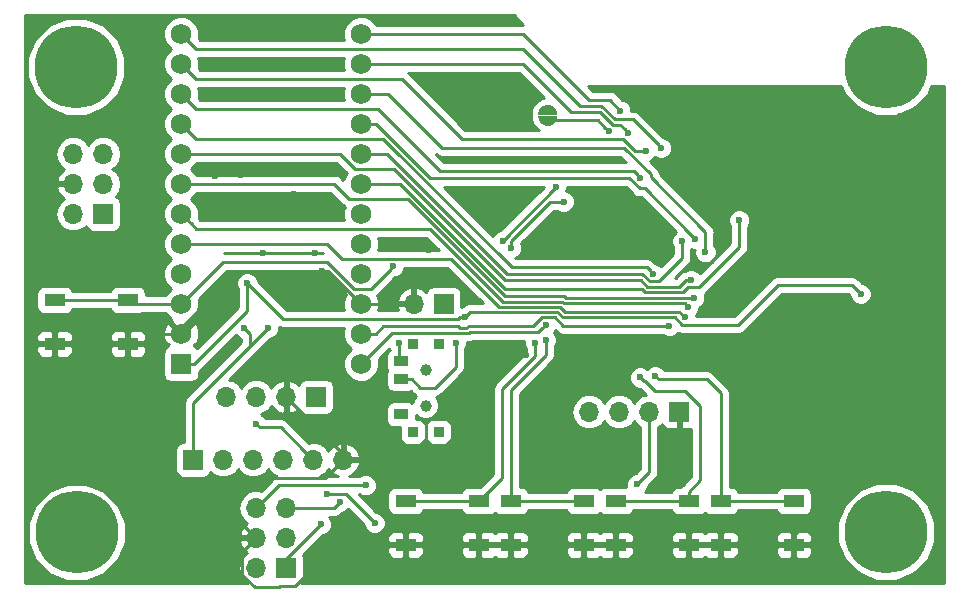
<source format=gbr>
G04 #@! TF.GenerationSoftware,KiCad,Pcbnew,(5.0.0)*
G04 #@! TF.CreationDate,2018-10-12T13:30:29-06:00*
G04 #@! TF.ProjectId,EByte_E73_tester,45427974655F4537335F746573746572,rev?*
G04 #@! TF.SameCoordinates,Original*
G04 #@! TF.FileFunction,Copper,L1,Top,Signal*
G04 #@! TF.FilePolarity,Positive*
%FSLAX46Y46*%
G04 Gerber Fmt 4.6, Leading zero omitted, Abs format (unit mm)*
G04 Created by KiCad (PCBNEW (5.0.0)) date 10/12/18 13:30:29*
%MOMM*%
%LPD*%
G01*
G04 APERTURE LIST*
G04 #@! TA.AperFunction,EtchedComponent*
%ADD10C,0.010000*%
G04 #@! TD*
G04 #@! TA.AperFunction,ComponentPad*
%ADD11O,1.700000X1.700000*%
G04 #@! TD*
G04 #@! TA.AperFunction,ComponentPad*
%ADD12R,1.700000X1.700000*%
G04 #@! TD*
G04 #@! TA.AperFunction,ComponentPad*
%ADD13R,1.752600X1.752600*%
G04 #@! TD*
G04 #@! TA.AperFunction,ComponentPad*
%ADD14C,1.752600*%
G04 #@! TD*
G04 #@! TA.AperFunction,ComponentPad*
%ADD15C,0.400000*%
G04 #@! TD*
G04 #@! TA.AperFunction,SMDPad,CuDef*
%ADD16R,1.800000X1.100000*%
G04 #@! TD*
G04 #@! TA.AperFunction,WasherPad*
%ADD17C,1.000000*%
G04 #@! TD*
G04 #@! TA.AperFunction,SMDPad,CuDef*
%ADD18R,1.250000X0.900000*%
G04 #@! TD*
G04 #@! TA.AperFunction,SMDPad,CuDef*
%ADD19R,0.900000X0.900000*%
G04 #@! TD*
G04 #@! TA.AperFunction,ComponentPad*
%ADD20C,0.800000*%
G04 #@! TD*
G04 #@! TA.AperFunction,ComponentPad*
%ADD21C,7.000000*%
G04 #@! TD*
G04 #@! TA.AperFunction,ViaPad*
%ADD22C,0.600000*%
G04 #@! TD*
G04 #@! TA.AperFunction,Conductor*
%ADD23C,0.250000*%
G04 #@! TD*
G04 #@! TA.AperFunction,Conductor*
%ADD24C,0.254000*%
G04 #@! TD*
G04 APERTURE END LIST*
D10*
G04 #@! TO.C,JP2*
G36*
X105168000Y-91794000D02*
X105213200Y-92050500D01*
X105343500Y-92276100D01*
X105543000Y-92443500D01*
X105787800Y-92532600D01*
X106048200Y-92532600D01*
X106293000Y-92443500D01*
X106492500Y-92276100D01*
X106622800Y-92050500D01*
X106668000Y-91794000D01*
X105168000Y-91794000D01*
X105168000Y-91794000D01*
G37*
X105168000Y-91794000D02*
X105213200Y-92050500D01*
X105343500Y-92276100D01*
X105543000Y-92443500D01*
X105787800Y-92532600D01*
X106048200Y-92532600D01*
X106293000Y-92443500D01*
X106492500Y-92276100D01*
X106622800Y-92050500D01*
X106668000Y-91794000D01*
X105168000Y-91794000D01*
G36*
X106668000Y-91594000D02*
X106622800Y-91337500D01*
X106492500Y-91111900D01*
X106293000Y-90944500D01*
X106048200Y-90855400D01*
X105787800Y-90855400D01*
X105543000Y-90944500D01*
X105343500Y-91111900D01*
X105213200Y-91337500D01*
X105168000Y-91594000D01*
X106668000Y-91594000D01*
X106668000Y-91594000D01*
G37*
X106668000Y-91594000D02*
X106622800Y-91337500D01*
X106492500Y-91111900D01*
X106293000Y-90944500D01*
X106048200Y-90855400D01*
X105787800Y-90855400D01*
X105543000Y-90944500D01*
X105343500Y-91111900D01*
X105213200Y-91337500D01*
X105168000Y-91594000D01*
X106668000Y-91594000D01*
G04 #@! TD*
D11*
G04 #@! TO.P,J5,4*
G04 #@! TO.N,SDA*
X109474000Y-116840000D03*
G04 #@! TO.P,J5,3*
G04 #@! TO.N,SCL*
X112014000Y-116840000D03*
G04 #@! TO.P,J5,2*
G04 #@! TO.N,VCC*
X114554000Y-116840000D03*
D12*
G04 #@! TO.P,J5,1*
G04 #@! TO.N,GND*
X117094000Y-116840000D03*
G04 #@! TD*
D13*
G04 #@! TO.P,U2,1*
G04 #@! TO.N,/VBatt*
X74930000Y-112776000D03*
D14*
G04 #@! TO.P,U2,2*
G04 #@! TO.N,GND*
X74930000Y-110236000D03*
G04 #@! TO.P,U2,3*
G04 #@! TO.N,RESET*
X74930000Y-107696000D03*
G04 #@! TO.P,U2,4*
G04 #@! TO.N,VCC*
X74930000Y-105156000D03*
G04 #@! TO.P,U2,5*
G04 #@! TO.N,/P0.05*
X74930000Y-102616000D03*
G04 #@! TO.P,U2,6*
G04 #@! TO.N,/P0.04*
X74930000Y-100076000D03*
G04 #@! TO.P,U2,7*
G04 #@! TO.N,/P0.03*
X74930000Y-97536000D03*
G04 #@! TO.P,U2,8*
G04 #@! TO.N,/P0.02*
X74930000Y-94996000D03*
G04 #@! TO.P,U2,9*
G04 #@! TO.N,SCK*
X74930000Y-92456000D03*
G04 #@! TO.P,U2,10*
G04 #@! TO.N,MISO*
X74930000Y-89916000D03*
G04 #@! TO.P,U2,11*
G04 #@! TO.N,MOSI*
X74930000Y-87376000D03*
G04 #@! TO.P,U2,12*
G04 #@! TO.N,/P0.11*
X74930000Y-84836000D03*
G04 #@! TO.P,U2,24*
G04 #@! TO.N,/P0.16*
X90170000Y-84836000D03*
G04 #@! TO.P,U2,23*
G04 #@! TO.N,/P0.15*
X90170000Y-87376000D03*
G04 #@! TO.P,U2,22*
G04 #@! TO.N,/P0.30*
X90170000Y-89916000D03*
G04 #@! TO.P,U2,21*
G04 #@! TO.N,/P0.29*
X90170000Y-92456000D03*
G04 #@! TO.P,U2,20*
G04 #@! TO.N,/P0.28*
X90170000Y-94996000D03*
G04 #@! TO.P,U2,19*
G04 #@! TO.N,/P0.27*
X90170000Y-97536000D03*
G04 #@! TO.P,U2,18*
G04 #@! TO.N,/P0.24*
X90170000Y-100076000D03*
G04 #@! TO.P,U2,17*
G04 #@! TO.N,/P0.23*
X90170000Y-102616000D03*
G04 #@! TO.P,U2,16*
G04 #@! TO.N,GND*
X90170000Y-105156000D03*
G04 #@! TO.P,U2,15*
X90170000Y-107696000D03*
G04 #@! TO.P,U2,14*
G04 #@! TO.N,/P0.07*
X90170000Y-110236000D03*
G04 #@! TO.P,U2,13*
G04 #@! TO.N,/P0.17*
X90170000Y-112776000D03*
G04 #@! TD*
D15*
G04 #@! TO.P,JP2,2*
G04 #@! TO.N,GND*
X105918000Y-91244000D03*
G04 #@! TO.P,JP2,1*
G04 #@! TO.N,Net-(JP2-Pad1)*
X105918000Y-92144000D03*
X105918000Y-92144000D03*
G04 #@! TO.P,JP2,2*
G04 #@! TO.N,GND*
X105918000Y-91244000D03*
G04 #@! TD*
D12*
G04 #@! TO.P,J3,1*
G04 #@! TO.N,VCC*
X86360000Y-115570000D03*
D11*
G04 #@! TO.P,J3,2*
G04 #@! TO.N,GND*
X83820000Y-115570000D03*
G04 #@! TO.P,J3,3*
G04 #@! TO.N,DUT_SWDCLK*
X81280000Y-115570000D03*
G04 #@! TO.P,J3,4*
G04 #@! TO.N,DUT_SWDIO*
X78740000Y-115570000D03*
G04 #@! TD*
D12*
G04 #@! TO.P,J4,1*
G04 #@! TO.N,+5V*
X75946000Y-120904000D03*
D11*
G04 #@! TO.P,J4,2*
G04 #@! TO.N,N/C*
X78486000Y-120904000D03*
G04 #@! TO.P,J4,3*
X81026000Y-120904000D03*
G04 #@! TO.P,J4,4*
G04 #@! TO.N,DUT_TXD*
X83566000Y-120904000D03*
G04 #@! TO.P,J4,5*
G04 #@! TO.N,DUT_RXD*
X86106000Y-120904000D03*
G04 #@! TO.P,J4,6*
G04 #@! TO.N,GND*
X88646000Y-120904000D03*
G04 #@! TD*
D12*
G04 #@! TO.P,J1,1*
G04 #@! TO.N,DUT_RXD*
X68326000Y-100076000D03*
D11*
G04 #@! TO.P,J1,2*
G04 #@! TO.N,DUT_TXD*
X65786000Y-100076000D03*
G04 #@! TO.P,J1,3*
G04 #@! TO.N,VCC*
X68326000Y-97536000D03*
G04 #@! TO.P,J1,4*
G04 #@! TO.N,GND*
X65786000Y-97536000D03*
G04 #@! TO.P,J1,5*
G04 #@! TO.N,DUT_SWDCLK*
X68326000Y-94996000D03*
G04 #@! TO.P,J1,6*
G04 #@! TO.N,DUT_SWDIO*
X65786000Y-94996000D03*
G04 #@! TD*
D12*
G04 #@! TO.P,J2,1*
G04 #@! TO.N,RXD*
X83820000Y-130048000D03*
D11*
G04 #@! TO.P,J2,2*
G04 #@! TO.N,TXD*
X81280000Y-130048000D03*
G04 #@! TO.P,J2,3*
G04 #@! TO.N,VCC*
X83820000Y-127508000D03*
G04 #@! TO.P,J2,4*
G04 #@! TO.N,GND*
X81280000Y-127508000D03*
G04 #@! TO.P,J2,5*
G04 #@! TO.N,SWDCLK*
X83820000Y-124968000D03*
G04 #@! TO.P,J2,6*
G04 #@! TO.N,SWDIO*
X81280000Y-124968000D03*
G04 #@! TD*
D16*
G04 #@! TO.P,SW2,1*
G04 #@! TO.N,RESET*
X64210000Y-107370000D03*
X70410000Y-107370000D03*
G04 #@! TO.P,SW2,2*
G04 #@! TO.N,GND*
X64210000Y-111070000D03*
X70410000Y-111070000D03*
G04 #@! TD*
G04 #@! TO.P,SW1,2*
G04 #@! TO.N,GND*
X100128000Y-128088000D03*
X93928000Y-128088000D03*
G04 #@! TO.P,SW1,1*
G04 #@! TO.N,/P0.19*
X100128000Y-124388000D03*
X93928000Y-124388000D03*
G04 #@! TD*
G04 #@! TO.P,SW3,1*
G04 #@! TO.N,/P0.18*
X102818000Y-124388000D03*
X109018000Y-124388000D03*
G04 #@! TO.P,SW3,2*
G04 #@! TO.N,GND*
X102818000Y-128088000D03*
X109018000Y-128088000D03*
G04 #@! TD*
G04 #@! TO.P,SW4,2*
G04 #@! TO.N,GND*
X126798000Y-128088000D03*
X120598000Y-128088000D03*
G04 #@! TO.P,SW4,1*
G04 #@! TO.N,/P0.09*
X126798000Y-124388000D03*
X120598000Y-124388000D03*
G04 #@! TD*
G04 #@! TO.P,SW5,1*
G04 #@! TO.N,/P0.10*
X111708000Y-124388000D03*
X117908000Y-124388000D03*
G04 #@! TO.P,SW5,2*
G04 #@! TO.N,GND*
X111708000Y-128088000D03*
X117908000Y-128088000D03*
G04 #@! TD*
D12*
G04 #@! TO.P,J6,1*
G04 #@! TO.N,Net-(J6-Pad1)*
X97155000Y-107696000D03*
D11*
G04 #@! TO.P,J6,2*
G04 #@! TO.N,GND*
X94615000Y-107696000D03*
G04 #@! TD*
D17*
G04 #@! TO.P,SW6,*
G04 #@! TO.N,*
X95631000Y-116308000D03*
X95631000Y-113308000D03*
D18*
G04 #@! TO.P,SW6,2*
G04 #@! TO.N,/VBatt*
X93556000Y-114058000D03*
G04 #@! TO.P,SW6,3*
G04 #@! TO.N,Net-(J6-Pad1)*
X93556000Y-112558000D03*
G04 #@! TO.P,SW6,1*
G04 #@! TO.N,N/C*
X93556000Y-117058000D03*
D19*
G04 #@! TO.P,SW6,0*
X96731000Y-118508000D03*
X94531000Y-118508000D03*
X94531000Y-111108000D03*
X96731000Y-111108000D03*
G04 #@! TD*
D20*
G04 #@! TO.P,J7,1*
G04 #@! TO.N,Net-(J7-Pad1)*
X136476155Y-125143845D03*
X134620000Y-124375000D03*
X132763845Y-125143845D03*
X131995000Y-127000000D03*
X132763845Y-128856155D03*
X134620000Y-129625000D03*
X136476155Y-128856155D03*
X137245000Y-127000000D03*
D21*
X134620000Y-127000000D03*
G04 #@! TD*
G04 #@! TO.P,J8,1*
G04 #@! TO.N,Net-(J8-Pad1)*
X66040000Y-87630000D03*
D20*
X68665000Y-87630000D03*
X67896155Y-89486155D03*
X66040000Y-90255000D03*
X64183845Y-89486155D03*
X63415000Y-87630000D03*
X64183845Y-85773845D03*
X66040000Y-85005000D03*
X67896155Y-85773845D03*
G04 #@! TD*
G04 #@! TO.P,J9,1*
G04 #@! TO.N,Net-(J9-Pad1)*
X67945000Y-125192690D03*
X66088845Y-124423845D03*
X64232690Y-125192690D03*
X63463845Y-127048845D03*
X64232690Y-128905000D03*
X66088845Y-129673845D03*
X67945000Y-128905000D03*
X68713845Y-127048845D03*
D21*
X66088845Y-127048845D03*
G04 #@! TD*
G04 #@! TO.P,J10,1*
G04 #@! TO.N,Net-(J10-Pad1)*
X134620000Y-87630000D03*
D20*
X137245000Y-87630000D03*
X136476155Y-89486155D03*
X134620000Y-90255000D03*
X132763845Y-89486155D03*
X131995000Y-87630000D03*
X132763845Y-85773845D03*
X134620000Y-85005000D03*
X136476155Y-85773845D03*
G04 #@! TD*
D22*
G04 #@! TO.N,GND*
X123952000Y-105918000D03*
X124460000Y-93980000D03*
X130556000Y-116840000D03*
X129286000Y-102616000D03*
X86877000Y-104902000D03*
X130556000Y-122174000D03*
X97155000Y-120904000D03*
X101092000Y-90424000D03*
X86741000Y-89916000D03*
X87312500Y-87439500D03*
X84455000Y-98425000D03*
X72199500Y-98425000D03*
X64198500Y-102425500D03*
X115506500Y-90741500D03*
X120904000Y-90678000D03*
X130619500Y-91630500D03*
X135890000Y-91821000D03*
X102235000Y-83693000D03*
X91694000Y-129984500D03*
X129857500Y-130048000D03*
X64643000Y-119507000D03*
X70231000Y-122682000D03*
X73088500Y-128016000D03*
X116395500Y-101346000D03*
X106680000Y-101854000D03*
X111379000Y-100838000D03*
X106235500Y-119761000D03*
X106807000Y-113347500D03*
X77660500Y-89789000D03*
X79565500Y-87376000D03*
X77787500Y-96837500D03*
X81407000Y-100393500D03*
X74993500Y-116395500D03*
X63246000Y-96075500D03*
X86233000Y-103378000D03*
X81880000Y-103378000D03*
X99697551Y-98491051D03*
X99187000Y-95504000D03*
X101346000Y-101092000D03*
X79883000Y-98679000D03*
X80010000Y-96774000D03*
X104140000Y-112014000D03*
X95885000Y-103124000D03*
G04 #@! TO.N,VCC*
X113538000Y-122936000D03*
X87281001Y-123825000D03*
X91313000Y-126238000D03*
G04 #@! TO.N,SWDIO*
X106680000Y-97790000D03*
X102137197Y-102391201D03*
X90551000Y-123063000D03*
G04 #@! TO.N,RESET*
X92900499Y-104520999D03*
G04 #@! TO.N,SWDCLK*
X107305000Y-99034491D03*
X102870000Y-102960991D03*
X88392000Y-124450010D03*
G04 #@! TO.N,SCK*
X114881490Y-105156000D03*
G04 #@! TO.N,/P0.11*
X115570000Y-94488000D03*
G04 #@! TO.N,RXD*
X86741002Y-126365000D03*
G04 #@! TO.N,/P0.05*
X117573578Y-108815679D03*
G04 #@! TO.N,/P0.04*
X117856000Y-107950000D03*
G04 #@! TO.N,/P0.03*
X118364000Y-107188000D03*
G04 #@! TO.N,/P0.02*
X118110000Y-105664000D03*
G04 #@! TO.N,MOSI*
X114299988Y-94742000D03*
G04 #@! TO.N,MISO*
X113792002Y-97028000D03*
G04 #@! TO.N,/P0.15*
X112776000Y-93218000D03*
G04 #@! TO.N,/P0.16*
X112116810Y-91337190D03*
G04 #@! TO.N,/P0.27*
X122174000Y-100584000D03*
G04 #@! TO.N,/P0.28*
X117348000Y-102361998D03*
G04 #@! TO.N,/P0.29*
X118424953Y-102168945D03*
G04 #@! TO.N,/P0.30*
X119319052Y-103317050D03*
G04 #@! TO.N,Net-(JP2-Pad1)*
X111138218Y-93072849D03*
G04 #@! TO.N,/P0.07*
X116271055Y-109534954D03*
G04 #@! TO.N,/P0.17*
X105791000Y-109474000D03*
G04 #@! TO.N,/P0.10*
X113792000Y-113929000D03*
G04 #@! TO.N,/P0.09*
X115062000Y-113792000D03*
G04 #@! TO.N,/P0.19*
X104901998Y-110998000D03*
G04 #@! TO.N,+5V*
X82296000Y-109728000D03*
X80264000Y-109728000D03*
G04 #@! TO.N,DUT_RXD*
X81280000Y-117856000D03*
G04 #@! TO.N,/VBatt*
X80517994Y-105918000D03*
X98171000Y-110998000D03*
X98933000Y-108839000D03*
X132463540Y-106852720D03*
G04 #@! TO.N,/P0.18*
X105791000Y-110744000D03*
G04 #@! TO.N,Net-(J6-Pad1)*
X93345000Y-110998000D03*
G04 #@! TD*
D23*
G04 #@! TO.N,GND*
X74930000Y-110236000D02*
X72644000Y-110236000D01*
X71810000Y-111070000D02*
X70410000Y-111070000D01*
X72644000Y-110236000D02*
X71810000Y-111070000D01*
X70410000Y-111070000D02*
X64210000Y-111070000D01*
X64210000Y-110270000D02*
X64210000Y-111070000D01*
X65786000Y-97536000D02*
X64583919Y-97536000D01*
X64583919Y-97536000D02*
X63500000Y-98619919D01*
X63500000Y-101346000D02*
X62230000Y-102616000D01*
X62230000Y-102616000D02*
X62230000Y-108290000D01*
X63500000Y-98619919D02*
X63500000Y-101346000D01*
X62230000Y-108290000D02*
X64210000Y-110270000D01*
X88646000Y-120396000D02*
X88646000Y-120904000D01*
X83820000Y-115570000D02*
X88646000Y-120396000D01*
X123952000Y-105918000D02*
X123952000Y-94488000D01*
X123952000Y-94488000D02*
X124460000Y-93980000D01*
X79756000Y-125984000D02*
X81280000Y-127508000D01*
X79756000Y-123952000D02*
X79756000Y-125984000D01*
X81280000Y-122428000D02*
X79756000Y-123952000D01*
X88646000Y-120904000D02*
X87122000Y-122428000D01*
X87122000Y-122428000D02*
X81280000Y-122428000D01*
X80104999Y-130612001D02*
X80104999Y-128683001D01*
X81172988Y-131679990D02*
X80104999Y-130612001D01*
X80104999Y-128683001D02*
X81280000Y-127508000D01*
X83204010Y-131679990D02*
X81172988Y-131679990D01*
X83312000Y-131572000D02*
X83204010Y-131679990D01*
X84581002Y-131572000D02*
X83312000Y-131572000D01*
X86360000Y-128524000D02*
X86360000Y-129793002D01*
X86360000Y-129793002D02*
X84581002Y-131572000D01*
X126410000Y-128088000D02*
X121360000Y-128088000D01*
X120210000Y-128088000D02*
X118416000Y-128088000D01*
X121360000Y-128088000D02*
X120210000Y-128088000D01*
X118416000Y-128088000D02*
X112216000Y-128088000D01*
X111066000Y-128088000D02*
X109272000Y-128088000D01*
X112216000Y-128088000D02*
X111066000Y-128088000D01*
X109272000Y-128088000D02*
X103072000Y-128088000D01*
X103072000Y-128088000D02*
X100128000Y-128088000D01*
X100128000Y-128088000D02*
X93928000Y-128088000D01*
X86796000Y-128088000D02*
X86360000Y-128524000D01*
X93928000Y-128088000D02*
X86796000Y-128088000D01*
X130556000Y-122665002D02*
X130556000Y-122174000D01*
X130556000Y-123530000D02*
X130556000Y-122665002D01*
X126798000Y-128088000D02*
X126798000Y-127288000D01*
X126798000Y-127288000D02*
X130556000Y-123530000D01*
X123952000Y-105918000D02*
X127254000Y-102616000D01*
X127254000Y-102616000D02*
X128861736Y-102616000D01*
X128861736Y-102616000D02*
X129286000Y-102616000D01*
X87376000Y-104902000D02*
X90170000Y-107696000D01*
X79756000Y-104902000D02*
X87376000Y-104902000D01*
X74930000Y-110236000D02*
X74930000Y-109728000D01*
X74930000Y-109728000D02*
X79756000Y-104902000D01*
X130556000Y-122174000D02*
X130556000Y-116840000D01*
X91409275Y-107696000D02*
X94615000Y-107696000D01*
X90170000Y-107696000D02*
X91409275Y-107696000D01*
G04 #@! TO.N,VCC*
X114554000Y-116840000D02*
X114554000Y-121920000D01*
X114554000Y-121920000D02*
X113538000Y-122936000D01*
X88900000Y-123825000D02*
X91313000Y-126238000D01*
X87281001Y-123825000D02*
X88900000Y-123825000D01*
G04 #@! TO.N,SWDIO*
X102137197Y-102332803D02*
X102137197Y-102391201D01*
X106680000Y-97790000D02*
X102137197Y-102332803D01*
X81280000Y-124968000D02*
X83185000Y-123063000D01*
X83185000Y-123063000D02*
X90126736Y-123063000D01*
X90126736Y-123063000D02*
X90551000Y-123063000D01*
G04 #@! TO.N,RESET*
X70736000Y-107696000D02*
X70410000Y-107370000D01*
X74930000Y-107696000D02*
X70736000Y-107696000D01*
X64210000Y-107370000D02*
X70410000Y-107370000D01*
X90424000Y-106426000D02*
X90677926Y-106426000D01*
X87250410Y-104140000D02*
X89536410Y-106426000D01*
X89536410Y-106426000D02*
X90424000Y-106426000D01*
X78486000Y-104140000D02*
X87250410Y-104140000D01*
X74930000Y-107696000D02*
X78486000Y-104140000D01*
X90424000Y-106426000D02*
X90995498Y-106426000D01*
X92600500Y-104820998D02*
X92900499Y-104520999D01*
X90995498Y-106426000D02*
X92600500Y-104820998D01*
G04 #@! TO.N,SWDCLK*
X102870000Y-102362000D02*
X102870000Y-102960991D01*
X107305000Y-99034491D02*
X106197509Y-99034491D01*
X106197509Y-99034491D02*
X102870000Y-102362000D01*
X88092001Y-124750009D02*
X88392000Y-124450010D01*
X87874010Y-124968000D02*
X88092001Y-124750009D01*
X83820000Y-124968000D02*
X87874010Y-124968000D01*
G04 #@! TO.N,SCK*
X114327491Y-104602001D02*
X114581491Y-104856001D01*
X92042865Y-93726000D02*
X102918866Y-104602001D01*
X74930000Y-92456000D02*
X76200000Y-93726000D01*
X114581491Y-104856001D02*
X114881490Y-105156000D01*
X76200000Y-93726000D02*
X92042865Y-93726000D01*
X102918866Y-104602001D02*
X114327491Y-104602001D01*
G04 #@! TO.N,/P0.11*
X113166998Y-92084998D02*
X115270001Y-94188001D01*
X108712000Y-90932000D02*
X110490000Y-90932000D01*
X76200000Y-86106000D02*
X103886000Y-86106000D01*
X74930000Y-84836000D02*
X76200000Y-86106000D01*
X110490000Y-90932000D02*
X111642998Y-92084998D01*
X115270001Y-94188001D02*
X115570000Y-94488000D01*
X103886000Y-86106000D02*
X108712000Y-90932000D01*
X111642998Y-92084998D02*
X113166998Y-92084998D01*
G04 #@! TO.N,RXD*
X83820000Y-130048000D02*
X83820000Y-129286002D01*
X86441003Y-126664999D02*
X86741002Y-126365000D01*
X83820000Y-129286002D02*
X86441003Y-126664999D01*
G04 #@! TO.N,/P0.05*
X106971801Y-107948977D02*
X107421812Y-108398988D01*
X74930000Y-102616000D02*
X87250411Y-102616000D01*
X88520411Y-103886000D02*
X97790000Y-103886000D01*
X107421812Y-108398988D02*
X117156887Y-108398988D01*
X117156887Y-108398988D02*
X117273579Y-108515680D01*
X97790000Y-103886000D02*
X101852977Y-107948977D01*
X117273579Y-108515680D02*
X117573578Y-108815679D01*
X101852977Y-107948977D02*
X106971801Y-107948977D01*
X87250411Y-102616000D02*
X88520411Y-103886000D01*
G04 #@! TO.N,/P0.04*
X117556001Y-107650001D02*
X107309236Y-107650001D01*
X107309236Y-107650001D02*
X107158201Y-107498966D01*
X107158201Y-107498966D02*
X102164966Y-107498966D01*
X117856000Y-107950000D02*
X117556001Y-107650001D01*
X102164966Y-107498966D02*
X96012000Y-101346000D01*
X75806299Y-100952299D02*
X74930000Y-100076000D01*
X76200000Y-101346000D02*
X75806299Y-100952299D01*
X96012000Y-101346000D02*
X76200000Y-101346000D01*
G04 #@! TO.N,/P0.03*
X102351365Y-107048955D02*
X94108410Y-98806000D01*
X107344601Y-107048955D02*
X102351365Y-107048955D01*
X87884000Y-97536000D02*
X76169275Y-97536000D01*
X118364000Y-107188000D02*
X107483646Y-107188000D01*
X76169275Y-97536000D02*
X74930000Y-97536000D01*
X107483646Y-107188000D02*
X107344601Y-107048955D01*
X89154000Y-98806000D02*
X87884000Y-97536000D01*
X94108410Y-98806000D02*
X89154000Y-98806000D01*
G04 #@! TO.N,/P0.02*
X74930000Y-94996000D02*
X88392074Y-94996000D01*
X113828077Y-105664000D02*
X114395090Y-106231011D01*
X89662074Y-96266000D02*
X92964000Y-96266000D01*
X117685736Y-105664000D02*
X118110000Y-105664000D01*
X117118723Y-106231013D02*
X117685736Y-105664000D01*
X114575598Y-106231013D02*
X117118723Y-106231013D01*
X88392074Y-94996000D02*
X89662074Y-96266000D01*
X114395090Y-106231011D02*
X114575598Y-106231013D01*
X102362000Y-105664000D02*
X113828077Y-105664000D01*
X92964000Y-96266000D02*
X102362000Y-105664000D01*
G04 #@! TO.N,MOSI*
X113875724Y-94742000D02*
X114299988Y-94742000D01*
X76200000Y-88646000D02*
X93597590Y-88646000D01*
X74930000Y-87376000D02*
X76200000Y-88646000D01*
X93597590Y-88646000D02*
X98677590Y-93726000D01*
X98677590Y-93726000D02*
X112358998Y-93726000D01*
X112358998Y-93726000D02*
X113374998Y-94742000D01*
X113374998Y-94742000D02*
X113875724Y-94742000D01*
G04 #@! TO.N,MISO*
X113492003Y-96728001D02*
X113792002Y-97028000D01*
X113238003Y-96474001D02*
X113492003Y-96728001D01*
X96844603Y-96474001D02*
X113238003Y-96474001D01*
X91556602Y-91186000D02*
X96844603Y-96474001D01*
X74930000Y-89916000D02*
X76200000Y-91186000D01*
X76200000Y-91186000D02*
X91556602Y-91186000D01*
G04 #@! TO.N,/P0.15*
X112093009Y-92535009D02*
X112476001Y-92918001D01*
X107950000Y-91440000D02*
X110361590Y-91440000D01*
X112476001Y-92918001D02*
X112776000Y-93218000D01*
X90170000Y-87376000D02*
X103886000Y-87376000D01*
X111456598Y-92535009D02*
X112093009Y-92535009D01*
X110361590Y-91440000D02*
X111456598Y-92535009D01*
X103886000Y-87376000D02*
X107950000Y-91440000D01*
G04 #@! TO.N,/P0.16*
X112116810Y-91337190D02*
X112014000Y-91440000D01*
X111203620Y-90424000D02*
X112116810Y-91337190D01*
X109474000Y-90424000D02*
X111203620Y-90424000D01*
X90170000Y-84836000D02*
X103886000Y-84836000D01*
X103886000Y-84836000D02*
X109474000Y-90424000D01*
G04 #@! TO.N,/P0.27*
X114208692Y-106681024D02*
X117417976Y-106681024D01*
X117417976Y-106681024D02*
X117809999Y-106289001D01*
X117809999Y-106289001D02*
X118754999Y-106289001D01*
X118754999Y-106289001D02*
X122174000Y-102870000D01*
X122174000Y-101008264D02*
X122174000Y-100584000D01*
X122174000Y-102870000D02*
X122174000Y-101008264D01*
X113953668Y-106426000D02*
X114208692Y-106681024D01*
X90170000Y-97536000D02*
X93474820Y-97536000D01*
X102364820Y-106426000D02*
X113953668Y-106426000D01*
X93474820Y-97536000D02*
X102364820Y-106426000D01*
G04 #@! TO.N,/P0.28*
X117348000Y-102786262D02*
X117348000Y-102361998D01*
X114581489Y-105781001D02*
X115362002Y-105781002D01*
X115362002Y-105781002D02*
X117348000Y-103795004D01*
X92330410Y-94996000D02*
X102490410Y-105156000D01*
X90170000Y-94996000D02*
X92330410Y-94996000D01*
X102490410Y-105156000D02*
X113956488Y-105156000D01*
X117348000Y-103795004D02*
X117348000Y-102786262D01*
X113956488Y-105156000D02*
X114581489Y-105781001D01*
G04 #@! TO.N,/P0.29*
X114163010Y-97907002D02*
X118124954Y-101868946D01*
X90170000Y-92456000D02*
X91409275Y-92456000D01*
X113745998Y-97907002D02*
X114163010Y-97907002D01*
X91409275Y-92456000D02*
X95981275Y-97028000D01*
X112866996Y-97028000D02*
X113745998Y-97907002D01*
X118124954Y-101868946D02*
X118424953Y-102168945D01*
X95981275Y-97028000D02*
X112866996Y-97028000D01*
G04 #@! TO.N,/P0.30*
X119319052Y-102892786D02*
X119319052Y-103317050D01*
X114671002Y-96974738D02*
X119319052Y-101622788D01*
X92456000Y-89916000D02*
X97028000Y-94488000D01*
X112431004Y-94488000D02*
X114671002Y-96727998D01*
X90170000Y-89916000D02*
X92456000Y-89916000D01*
X97028000Y-94488000D02*
X112431004Y-94488000D01*
X119319052Y-101622788D02*
X119319052Y-102892786D01*
X114671002Y-96727998D02*
X114671002Y-96974738D01*
G04 #@! TO.N,Net-(JP2-Pad1)*
X110838219Y-92772850D02*
X111138218Y-93072849D01*
X105918000Y-92144000D02*
X110209369Y-92144000D01*
X110209369Y-92144000D02*
X110838219Y-92772850D01*
G04 #@! TO.N,/P0.07*
X98505999Y-109718001D02*
X99106001Y-109718001D01*
X104728999Y-109610999D02*
X105490999Y-108848999D01*
X115846791Y-109534954D02*
X116271055Y-109534954D01*
X105490999Y-108848999D02*
X106599001Y-108848999D01*
X91409275Y-110236000D02*
X92034276Y-109610999D01*
X107284956Y-109534954D02*
X115846791Y-109534954D01*
X98398997Y-109610999D02*
X98505999Y-109718001D01*
X99213003Y-109610999D02*
X104728999Y-109610999D01*
X99106001Y-109718001D02*
X99213003Y-109610999D01*
X92034276Y-109610999D02*
X98398997Y-109610999D01*
X106599001Y-108848999D02*
X107284956Y-109534954D01*
X90170000Y-110236000D02*
X91409275Y-110236000D01*
G04 #@! TO.N,/P0.17*
X99292401Y-110168012D02*
X99351413Y-110109000D01*
X99351413Y-110109000D02*
X105156000Y-110109000D01*
X105156000Y-110109000D02*
X105491001Y-109773999D01*
X92777988Y-110168012D02*
X99292401Y-110168012D01*
X105491001Y-109773999D02*
X105791000Y-109474000D01*
X90170000Y-112776000D02*
X92777988Y-110168012D01*
G04 #@! TO.N,/P0.10*
X117908000Y-124388000D02*
X116758000Y-124388000D01*
X116758000Y-124388000D02*
X116078000Y-124388000D01*
X116078000Y-124388000D02*
X111708000Y-124388000D01*
X114091999Y-114228999D02*
X114228999Y-114228999D01*
X113792000Y-113929000D02*
X114091999Y-114228999D01*
X114228999Y-114228999D02*
X115062000Y-115062000D01*
X117601002Y-115062000D02*
X118872000Y-116332998D01*
X115062000Y-115062000D02*
X117601002Y-115062000D01*
X117908000Y-123588000D02*
X117908000Y-124388000D01*
X118872000Y-122624000D02*
X117908000Y-123588000D01*
X118872000Y-116332998D02*
X118872000Y-122624000D01*
G04 #@! TO.N,/P0.09*
X126798000Y-124388000D02*
X124968000Y-124388000D01*
X124968000Y-124388000D02*
X120598000Y-124388000D01*
X115361999Y-114091999D02*
X119425999Y-114091999D01*
X115062000Y-113792000D02*
X115361999Y-114091999D01*
X120598000Y-115264000D02*
X120598000Y-124388000D01*
X119425999Y-114091999D02*
X120598000Y-115264000D01*
G04 #@! TO.N,/P0.19*
X100128000Y-124388000D02*
X98552000Y-124388000D01*
X98552000Y-124388000D02*
X93928000Y-124388000D01*
X104901998Y-111422264D02*
X104901998Y-110998000D01*
X104901998Y-112141002D02*
X104901998Y-111422264D01*
X102108000Y-114935000D02*
X104901998Y-112141002D01*
X100128000Y-124388000D02*
X102108000Y-122408000D01*
X102108000Y-122408000D02*
X102108000Y-114935000D01*
G04 #@! TO.N,+5V*
X75946000Y-120904000D02*
X75946000Y-116078000D01*
X80772000Y-110236000D02*
X80264000Y-109728000D01*
X80772000Y-111252000D02*
X80772000Y-110236000D01*
X80772000Y-111252000D02*
X82296000Y-109728000D01*
X75946000Y-116078000D02*
X80772000Y-111252000D01*
G04 #@! TO.N,DUT_RXD*
X85256001Y-120054001D02*
X86106000Y-120904000D01*
X83357999Y-118155999D02*
X85256001Y-120054001D01*
X81579999Y-118155999D02*
X83357999Y-118155999D01*
X81280000Y-117856000D02*
X81579999Y-118155999D01*
G04 #@! TO.N,/VBatt*
X76056300Y-112776000D02*
X80517994Y-108314306D01*
X74930000Y-112776000D02*
X76056300Y-112776000D01*
X80517994Y-108314306D02*
X80517994Y-106342264D01*
X80517994Y-106342264D02*
X80517994Y-105918000D01*
X94431000Y-114058000D02*
X95181000Y-114808000D01*
X93556000Y-114058000D02*
X94431000Y-114058000D01*
X95181000Y-114808000D02*
X96393000Y-114808000D01*
X96393000Y-114808000D02*
X98171000Y-113030000D01*
X98171000Y-113030000D02*
X98171000Y-110998000D01*
X98381736Y-108966000D02*
X98508736Y-108839000D01*
X83565994Y-108966000D02*
X98381736Y-108966000D01*
X98508736Y-108839000D02*
X98933000Y-108839000D01*
X80517994Y-105918000D02*
X83565994Y-108966000D01*
X131721860Y-106111040D02*
X132463540Y-106852720D01*
X122089901Y-109476819D02*
X125455680Y-106111040D01*
X98933000Y-108839000D02*
X99373012Y-108398988D01*
X99373012Y-108398988D02*
X106785401Y-108398988D01*
X106785401Y-108398988D02*
X107235412Y-108848999D01*
X107235412Y-108848999D02*
X116722999Y-108848999D01*
X125455680Y-106111040D02*
X131721860Y-106111040D01*
X116722999Y-108848999D02*
X117350819Y-109476819D01*
X117350819Y-109476819D02*
X122089901Y-109476819D01*
G04 #@! TO.N,/P0.18*
X109018000Y-124388000D02*
X107442000Y-124388000D01*
X107442000Y-124388000D02*
X102818000Y-124388000D01*
X102818000Y-124388000D02*
X102818000Y-114987000D01*
X105791000Y-111168264D02*
X105791000Y-110744000D01*
X105791000Y-112014000D02*
X105791000Y-111168264D01*
X102818000Y-114987000D02*
X105791000Y-112014000D01*
G04 #@! TO.N,Net-(J6-Pad1)*
X93345000Y-112347000D02*
X93556000Y-112558000D01*
X93345000Y-110998000D02*
X93345000Y-112347000D01*
G04 #@! TD*
D24*
G04 #@! TO.N,GND*
G36*
X131114517Y-89972289D02*
X132277711Y-91135483D01*
X133797497Y-91765000D01*
X135442503Y-91765000D01*
X136962289Y-91135483D01*
X138125483Y-89972289D01*
X138411825Y-89281000D01*
X139498001Y-89281000D01*
X139498000Y-131370000D01*
X85106571Y-131370000D01*
X85127809Y-131355809D01*
X85268157Y-131145765D01*
X85317440Y-130898000D01*
X85317440Y-129198000D01*
X85268157Y-128950235D01*
X85253101Y-128927702D01*
X85807053Y-128373750D01*
X92393000Y-128373750D01*
X92393000Y-128764310D01*
X92489673Y-128997699D01*
X92668302Y-129176327D01*
X92901691Y-129273000D01*
X93642250Y-129273000D01*
X93801000Y-129114250D01*
X93801000Y-128215000D01*
X94055000Y-128215000D01*
X94055000Y-129114250D01*
X94213750Y-129273000D01*
X94954309Y-129273000D01*
X95187698Y-129176327D01*
X95366327Y-128997699D01*
X95463000Y-128764310D01*
X95463000Y-128373750D01*
X98593000Y-128373750D01*
X98593000Y-128764310D01*
X98689673Y-128997699D01*
X98868302Y-129176327D01*
X99101691Y-129273000D01*
X99842250Y-129273000D01*
X100001000Y-129114250D01*
X100001000Y-128215000D01*
X100255000Y-128215000D01*
X100255000Y-129114250D01*
X100413750Y-129273000D01*
X101154309Y-129273000D01*
X101387698Y-129176327D01*
X101473000Y-129091025D01*
X101558302Y-129176327D01*
X101791691Y-129273000D01*
X102532250Y-129273000D01*
X102691000Y-129114250D01*
X102691000Y-128215000D01*
X102945000Y-128215000D01*
X102945000Y-129114250D01*
X103103750Y-129273000D01*
X103844309Y-129273000D01*
X104077698Y-129176327D01*
X104256327Y-128997699D01*
X104353000Y-128764310D01*
X104353000Y-128373750D01*
X107483000Y-128373750D01*
X107483000Y-128764310D01*
X107579673Y-128997699D01*
X107758302Y-129176327D01*
X107991691Y-129273000D01*
X108732250Y-129273000D01*
X108891000Y-129114250D01*
X108891000Y-128215000D01*
X109145000Y-128215000D01*
X109145000Y-129114250D01*
X109303750Y-129273000D01*
X110044309Y-129273000D01*
X110277698Y-129176327D01*
X110363000Y-129091025D01*
X110448302Y-129176327D01*
X110681691Y-129273000D01*
X111422250Y-129273000D01*
X111581000Y-129114250D01*
X111581000Y-128215000D01*
X111835000Y-128215000D01*
X111835000Y-129114250D01*
X111993750Y-129273000D01*
X112734309Y-129273000D01*
X112967698Y-129176327D01*
X113146327Y-128997699D01*
X113243000Y-128764310D01*
X113243000Y-128373750D01*
X116373000Y-128373750D01*
X116373000Y-128764310D01*
X116469673Y-128997699D01*
X116648302Y-129176327D01*
X116881691Y-129273000D01*
X117622250Y-129273000D01*
X117781000Y-129114250D01*
X117781000Y-128215000D01*
X118035000Y-128215000D01*
X118035000Y-129114250D01*
X118193750Y-129273000D01*
X118934309Y-129273000D01*
X119167698Y-129176327D01*
X119253000Y-129091025D01*
X119338302Y-129176327D01*
X119571691Y-129273000D01*
X120312250Y-129273000D01*
X120471000Y-129114250D01*
X120471000Y-128215000D01*
X120725000Y-128215000D01*
X120725000Y-129114250D01*
X120883750Y-129273000D01*
X121624309Y-129273000D01*
X121857698Y-129176327D01*
X122036327Y-128997699D01*
X122133000Y-128764310D01*
X122133000Y-128373750D01*
X125263000Y-128373750D01*
X125263000Y-128764310D01*
X125359673Y-128997699D01*
X125538302Y-129176327D01*
X125771691Y-129273000D01*
X126512250Y-129273000D01*
X126671000Y-129114250D01*
X126671000Y-128215000D01*
X126925000Y-128215000D01*
X126925000Y-129114250D01*
X127083750Y-129273000D01*
X127824309Y-129273000D01*
X128057698Y-129176327D01*
X128236327Y-128997699D01*
X128333000Y-128764310D01*
X128333000Y-128373750D01*
X128174250Y-128215000D01*
X126925000Y-128215000D01*
X126671000Y-128215000D01*
X125421750Y-128215000D01*
X125263000Y-128373750D01*
X122133000Y-128373750D01*
X121974250Y-128215000D01*
X120725000Y-128215000D01*
X120471000Y-128215000D01*
X118035000Y-128215000D01*
X117781000Y-128215000D01*
X116531750Y-128215000D01*
X116373000Y-128373750D01*
X113243000Y-128373750D01*
X113084250Y-128215000D01*
X111835000Y-128215000D01*
X111581000Y-128215000D01*
X109145000Y-128215000D01*
X108891000Y-128215000D01*
X107641750Y-128215000D01*
X107483000Y-128373750D01*
X104353000Y-128373750D01*
X104194250Y-128215000D01*
X102945000Y-128215000D01*
X102691000Y-128215000D01*
X100255000Y-128215000D01*
X100001000Y-128215000D01*
X98751750Y-128215000D01*
X98593000Y-128373750D01*
X95463000Y-128373750D01*
X95304250Y-128215000D01*
X94055000Y-128215000D01*
X93801000Y-128215000D01*
X92551750Y-128215000D01*
X92393000Y-128373750D01*
X85807053Y-128373750D01*
X86769113Y-127411690D01*
X92393000Y-127411690D01*
X92393000Y-127802250D01*
X92551750Y-127961000D01*
X93801000Y-127961000D01*
X93801000Y-127061750D01*
X94055000Y-127061750D01*
X94055000Y-127961000D01*
X95304250Y-127961000D01*
X95463000Y-127802250D01*
X95463000Y-127411690D01*
X98593000Y-127411690D01*
X98593000Y-127802250D01*
X98751750Y-127961000D01*
X100001000Y-127961000D01*
X100001000Y-127061750D01*
X100255000Y-127061750D01*
X100255000Y-127961000D01*
X102691000Y-127961000D01*
X102691000Y-127061750D01*
X102945000Y-127061750D01*
X102945000Y-127961000D01*
X104194250Y-127961000D01*
X104353000Y-127802250D01*
X104353000Y-127411690D01*
X107483000Y-127411690D01*
X107483000Y-127802250D01*
X107641750Y-127961000D01*
X108891000Y-127961000D01*
X108891000Y-127061750D01*
X109145000Y-127061750D01*
X109145000Y-127961000D01*
X111581000Y-127961000D01*
X111581000Y-127061750D01*
X111835000Y-127061750D01*
X111835000Y-127961000D01*
X113084250Y-127961000D01*
X113243000Y-127802250D01*
X113243000Y-127411690D01*
X116373000Y-127411690D01*
X116373000Y-127802250D01*
X116531750Y-127961000D01*
X117781000Y-127961000D01*
X117781000Y-127061750D01*
X118035000Y-127061750D01*
X118035000Y-127961000D01*
X120471000Y-127961000D01*
X120471000Y-127061750D01*
X120725000Y-127061750D01*
X120725000Y-127961000D01*
X121974250Y-127961000D01*
X122133000Y-127802250D01*
X122133000Y-127411690D01*
X125263000Y-127411690D01*
X125263000Y-127802250D01*
X125421750Y-127961000D01*
X126671000Y-127961000D01*
X126671000Y-127061750D01*
X126925000Y-127061750D01*
X126925000Y-127961000D01*
X128174250Y-127961000D01*
X128333000Y-127802250D01*
X128333000Y-127411690D01*
X128236327Y-127178301D01*
X128057698Y-126999673D01*
X127824309Y-126903000D01*
X127083750Y-126903000D01*
X126925000Y-127061750D01*
X126671000Y-127061750D01*
X126512250Y-126903000D01*
X125771691Y-126903000D01*
X125538302Y-126999673D01*
X125359673Y-127178301D01*
X125263000Y-127411690D01*
X122133000Y-127411690D01*
X122036327Y-127178301D01*
X121857698Y-126999673D01*
X121624309Y-126903000D01*
X120883750Y-126903000D01*
X120725000Y-127061750D01*
X120471000Y-127061750D01*
X120312250Y-126903000D01*
X119571691Y-126903000D01*
X119338302Y-126999673D01*
X119253000Y-127084975D01*
X119167698Y-126999673D01*
X118934309Y-126903000D01*
X118193750Y-126903000D01*
X118035000Y-127061750D01*
X117781000Y-127061750D01*
X117622250Y-126903000D01*
X116881691Y-126903000D01*
X116648302Y-126999673D01*
X116469673Y-127178301D01*
X116373000Y-127411690D01*
X113243000Y-127411690D01*
X113146327Y-127178301D01*
X112967698Y-126999673D01*
X112734309Y-126903000D01*
X111993750Y-126903000D01*
X111835000Y-127061750D01*
X111581000Y-127061750D01*
X111422250Y-126903000D01*
X110681691Y-126903000D01*
X110448302Y-126999673D01*
X110363000Y-127084975D01*
X110277698Y-126999673D01*
X110044309Y-126903000D01*
X109303750Y-126903000D01*
X109145000Y-127061750D01*
X108891000Y-127061750D01*
X108732250Y-126903000D01*
X107991691Y-126903000D01*
X107758302Y-126999673D01*
X107579673Y-127178301D01*
X107483000Y-127411690D01*
X104353000Y-127411690D01*
X104256327Y-127178301D01*
X104077698Y-126999673D01*
X103844309Y-126903000D01*
X103103750Y-126903000D01*
X102945000Y-127061750D01*
X102691000Y-127061750D01*
X102532250Y-126903000D01*
X101791691Y-126903000D01*
X101558302Y-126999673D01*
X101473000Y-127084975D01*
X101387698Y-126999673D01*
X101154309Y-126903000D01*
X100413750Y-126903000D01*
X100255000Y-127061750D01*
X100001000Y-127061750D01*
X99842250Y-126903000D01*
X99101691Y-126903000D01*
X98868302Y-126999673D01*
X98689673Y-127178301D01*
X98593000Y-127411690D01*
X95463000Y-127411690D01*
X95366327Y-127178301D01*
X95187698Y-126999673D01*
X94954309Y-126903000D01*
X94213750Y-126903000D01*
X94055000Y-127061750D01*
X93801000Y-127061750D01*
X93642250Y-126903000D01*
X92901691Y-126903000D01*
X92668302Y-126999673D01*
X92489673Y-127178301D01*
X92393000Y-127411690D01*
X86769113Y-127411690D01*
X86880804Y-127300000D01*
X86926985Y-127300000D01*
X87270637Y-127157655D01*
X87533657Y-126894635D01*
X87676002Y-126550983D01*
X87676002Y-126179017D01*
X87533657Y-125835365D01*
X87426292Y-125728000D01*
X87799163Y-125728000D01*
X87874010Y-125742888D01*
X87948857Y-125728000D01*
X87948862Y-125728000D01*
X88170547Y-125683904D01*
X88421939Y-125515929D01*
X88464341Y-125452470D01*
X88531801Y-125385010D01*
X88577983Y-125385010D01*
X88921635Y-125242665D01*
X89082249Y-125082051D01*
X90378000Y-126377803D01*
X90378000Y-126423983D01*
X90520345Y-126767635D01*
X90783365Y-127030655D01*
X91127017Y-127173000D01*
X91498983Y-127173000D01*
X91842635Y-127030655D01*
X92105655Y-126767635D01*
X92248000Y-126423983D01*
X92248000Y-126177497D01*
X130485000Y-126177497D01*
X130485000Y-127822503D01*
X131114517Y-129342289D01*
X132277711Y-130505483D01*
X133797497Y-131135000D01*
X135442503Y-131135000D01*
X136962289Y-130505483D01*
X138125483Y-129342289D01*
X138755000Y-127822503D01*
X138755000Y-126177497D01*
X138125483Y-124657711D01*
X136962289Y-123494517D01*
X135442503Y-122865000D01*
X133797497Y-122865000D01*
X132277711Y-123494517D01*
X131114517Y-124657711D01*
X130485000Y-126177497D01*
X92248000Y-126177497D01*
X92248000Y-126052017D01*
X92105655Y-125708365D01*
X91842635Y-125445345D01*
X91498983Y-125303000D01*
X91452803Y-125303000D01*
X89972801Y-123823000D01*
X89988710Y-123823000D01*
X90021365Y-123855655D01*
X90365017Y-123998000D01*
X90736983Y-123998000D01*
X91080635Y-123855655D01*
X91343655Y-123592635D01*
X91486000Y-123248983D01*
X91486000Y-122877017D01*
X91343655Y-122533365D01*
X91080635Y-122270345D01*
X90736983Y-122128000D01*
X90365017Y-122128000D01*
X90021365Y-122270345D01*
X89988710Y-122303000D01*
X89105443Y-122303000D01*
X89412924Y-122175645D01*
X89841183Y-121785358D01*
X90087486Y-121260892D01*
X89966819Y-121031000D01*
X88773000Y-121031000D01*
X88773000Y-121051000D01*
X88519000Y-121051000D01*
X88519000Y-121031000D01*
X88499000Y-121031000D01*
X88499000Y-120777000D01*
X88519000Y-120777000D01*
X88519000Y-119583845D01*
X88773000Y-119583845D01*
X88773000Y-120777000D01*
X89966819Y-120777000D01*
X90087486Y-120547108D01*
X89841183Y-120022642D01*
X89412924Y-119632355D01*
X89002890Y-119462524D01*
X88773000Y-119583845D01*
X88519000Y-119583845D01*
X88289110Y-119462524D01*
X87879076Y-119632355D01*
X87450817Y-120022642D01*
X87389843Y-120152478D01*
X87176625Y-119833375D01*
X86685418Y-119505161D01*
X86252256Y-119419000D01*
X85959744Y-119419000D01*
X85739593Y-119462791D01*
X83948330Y-117671529D01*
X83905928Y-117608070D01*
X83654536Y-117440095D01*
X83432851Y-117395999D01*
X83432846Y-117395999D01*
X83357999Y-117381111D01*
X83283152Y-117395999D01*
X82101498Y-117395999D01*
X82072655Y-117326365D01*
X81809635Y-117063345D01*
X81671647Y-117006189D01*
X81859418Y-116968839D01*
X82350625Y-116640625D01*
X82563843Y-116321522D01*
X82624817Y-116451358D01*
X83053076Y-116841645D01*
X83463110Y-117011476D01*
X83693000Y-116890155D01*
X83693000Y-115697000D01*
X83673000Y-115697000D01*
X83673000Y-115443000D01*
X83693000Y-115443000D01*
X83693000Y-114249845D01*
X83947000Y-114249845D01*
X83947000Y-115443000D01*
X83967000Y-115443000D01*
X83967000Y-115697000D01*
X83947000Y-115697000D01*
X83947000Y-116890155D01*
X84176890Y-117011476D01*
X84586924Y-116841645D01*
X84891261Y-116564292D01*
X84911843Y-116667765D01*
X85052191Y-116877809D01*
X85262235Y-117018157D01*
X85510000Y-117067440D01*
X87210000Y-117067440D01*
X87457765Y-117018157D01*
X87667809Y-116877809D01*
X87808157Y-116667765D01*
X87857440Y-116420000D01*
X87857440Y-114720000D01*
X87808157Y-114472235D01*
X87667809Y-114262191D01*
X87457765Y-114121843D01*
X87210000Y-114072560D01*
X85510000Y-114072560D01*
X85262235Y-114121843D01*
X85052191Y-114262191D01*
X84911843Y-114472235D01*
X84891261Y-114575708D01*
X84586924Y-114298355D01*
X84176890Y-114128524D01*
X83947000Y-114249845D01*
X83693000Y-114249845D01*
X83463110Y-114128524D01*
X83053076Y-114298355D01*
X82624817Y-114688642D01*
X82563843Y-114818478D01*
X82350625Y-114499375D01*
X81859418Y-114171161D01*
X81426256Y-114085000D01*
X81133744Y-114085000D01*
X80700582Y-114171161D01*
X80209375Y-114499375D01*
X80010000Y-114797761D01*
X79810625Y-114499375D01*
X79319418Y-114171161D01*
X78992640Y-114106161D01*
X81256473Y-111842329D01*
X81319929Y-111799929D01*
X81362331Y-111736470D01*
X82435802Y-110663000D01*
X82481983Y-110663000D01*
X82825635Y-110520655D01*
X83088655Y-110257635D01*
X83231000Y-109913983D01*
X83231000Y-109656208D01*
X83269457Y-109681904D01*
X83491142Y-109726000D01*
X83491147Y-109726000D01*
X83565994Y-109740888D01*
X83640841Y-109726000D01*
X88745430Y-109726000D01*
X88658700Y-109935384D01*
X88658700Y-110536616D01*
X88888782Y-111092083D01*
X89302699Y-111506000D01*
X88888782Y-111919917D01*
X88658700Y-112475384D01*
X88658700Y-113076616D01*
X88888782Y-113632083D01*
X89313917Y-114057218D01*
X89869384Y-114287300D01*
X90470616Y-114287300D01*
X91026083Y-114057218D01*
X91451218Y-113632083D01*
X91681300Y-113076616D01*
X91681300Y-112475384D01*
X91641501Y-112379300D01*
X92535012Y-111485790D01*
X92552345Y-111527635D01*
X92585000Y-111560290D01*
X92585000Y-111575482D01*
X92473191Y-111650191D01*
X92332843Y-111860235D01*
X92283560Y-112108000D01*
X92283560Y-113008000D01*
X92332843Y-113255765D01*
X92367746Y-113308000D01*
X92332843Y-113360235D01*
X92283560Y-113608000D01*
X92283560Y-114508000D01*
X92332843Y-114755765D01*
X92473191Y-114965809D01*
X92683235Y-115106157D01*
X92931000Y-115155440D01*
X94181000Y-115155440D01*
X94408405Y-115110207D01*
X94590671Y-115292473D01*
X94633071Y-115355929D01*
X94839804Y-115494063D01*
X94668793Y-115665074D01*
X94504910Y-116060722D01*
X94428765Y-116009843D01*
X94181000Y-115960560D01*
X92931000Y-115960560D01*
X92683235Y-116009843D01*
X92473191Y-116150191D01*
X92332843Y-116360235D01*
X92283560Y-116608000D01*
X92283560Y-117508000D01*
X92332843Y-117755765D01*
X92473191Y-117965809D01*
X92683235Y-118106157D01*
X92931000Y-118155440D01*
X93433560Y-118155440D01*
X93433560Y-118958000D01*
X93482843Y-119205765D01*
X93623191Y-119415809D01*
X93833235Y-119556157D01*
X94081000Y-119605440D01*
X94981000Y-119605440D01*
X95228765Y-119556157D01*
X95438809Y-119415809D01*
X95579157Y-119205765D01*
X95628440Y-118958000D01*
X95628440Y-118058000D01*
X95633560Y-118058000D01*
X95633560Y-118958000D01*
X95682843Y-119205765D01*
X95823191Y-119415809D01*
X96033235Y-119556157D01*
X96281000Y-119605440D01*
X97181000Y-119605440D01*
X97428765Y-119556157D01*
X97638809Y-119415809D01*
X97779157Y-119205765D01*
X97828440Y-118958000D01*
X97828440Y-118058000D01*
X97779157Y-117810235D01*
X97638809Y-117600191D01*
X97428765Y-117459843D01*
X97181000Y-117410560D01*
X96281000Y-117410560D01*
X96033235Y-117459843D01*
X95823191Y-117600191D01*
X95682843Y-117810235D01*
X95633560Y-118058000D01*
X95628440Y-118058000D01*
X95579157Y-117810235D01*
X95438809Y-117600191D01*
X95228765Y-117459843D01*
X94981000Y-117410560D01*
X94828440Y-117410560D01*
X94828440Y-117110573D01*
X94988074Y-117270207D01*
X95405234Y-117443000D01*
X95856766Y-117443000D01*
X96273926Y-117270207D01*
X96593207Y-116950926D01*
X96766000Y-116533766D01*
X96766000Y-116082234D01*
X96593207Y-115665074D01*
X96491441Y-115563308D01*
X96689537Y-115523904D01*
X96940929Y-115355929D01*
X96983331Y-115292470D01*
X98655473Y-113620329D01*
X98718929Y-113577929D01*
X98838242Y-113399365D01*
X98886904Y-113326538D01*
X98900981Y-113255765D01*
X98931000Y-113104852D01*
X98931000Y-113104848D01*
X98945888Y-113030000D01*
X98931000Y-112955152D01*
X98931000Y-111560290D01*
X98963655Y-111527635D01*
X99106000Y-111183983D01*
X99106000Y-110928012D01*
X99217554Y-110928012D01*
X99292401Y-110942900D01*
X99367248Y-110928012D01*
X99367253Y-110928012D01*
X99588938Y-110883916D01*
X99611261Y-110869000D01*
X103966998Y-110869000D01*
X103966998Y-111183983D01*
X104109343Y-111527635D01*
X104141998Y-111560290D01*
X104141998Y-111826200D01*
X101623528Y-114344671D01*
X101560072Y-114387071D01*
X101517672Y-114450527D01*
X101517671Y-114450528D01*
X101392097Y-114638463D01*
X101333112Y-114935000D01*
X101348001Y-115009852D01*
X101348000Y-122093198D01*
X100250639Y-123190560D01*
X99228000Y-123190560D01*
X98980235Y-123239843D01*
X98770191Y-123380191D01*
X98629843Y-123590235D01*
X98622331Y-123628000D01*
X95433669Y-123628000D01*
X95426157Y-123590235D01*
X95285809Y-123380191D01*
X95075765Y-123239843D01*
X94828000Y-123190560D01*
X93028000Y-123190560D01*
X92780235Y-123239843D01*
X92570191Y-123380191D01*
X92429843Y-123590235D01*
X92380560Y-123838000D01*
X92380560Y-124938000D01*
X92429843Y-125185765D01*
X92570191Y-125395809D01*
X92780235Y-125536157D01*
X93028000Y-125585440D01*
X94828000Y-125585440D01*
X95075765Y-125536157D01*
X95285809Y-125395809D01*
X95426157Y-125185765D01*
X95433669Y-125148000D01*
X98622331Y-125148000D01*
X98629843Y-125185765D01*
X98770191Y-125395809D01*
X98980235Y-125536157D01*
X99228000Y-125585440D01*
X101028000Y-125585440D01*
X101275765Y-125536157D01*
X101473000Y-125404368D01*
X101670235Y-125536157D01*
X101918000Y-125585440D01*
X103718000Y-125585440D01*
X103965765Y-125536157D01*
X104175809Y-125395809D01*
X104316157Y-125185765D01*
X104323669Y-125148000D01*
X107512331Y-125148000D01*
X107519843Y-125185765D01*
X107660191Y-125395809D01*
X107870235Y-125536157D01*
X108118000Y-125585440D01*
X109918000Y-125585440D01*
X110165765Y-125536157D01*
X110363000Y-125404368D01*
X110560235Y-125536157D01*
X110808000Y-125585440D01*
X112608000Y-125585440D01*
X112855765Y-125536157D01*
X113065809Y-125395809D01*
X113206157Y-125185765D01*
X113213669Y-125148000D01*
X116402331Y-125148000D01*
X116409843Y-125185765D01*
X116550191Y-125395809D01*
X116760235Y-125536157D01*
X117008000Y-125585440D01*
X118808000Y-125585440D01*
X119055765Y-125536157D01*
X119253000Y-125404368D01*
X119450235Y-125536157D01*
X119698000Y-125585440D01*
X121498000Y-125585440D01*
X121745765Y-125536157D01*
X121955809Y-125395809D01*
X122096157Y-125185765D01*
X122103669Y-125148000D01*
X125292331Y-125148000D01*
X125299843Y-125185765D01*
X125440191Y-125395809D01*
X125650235Y-125536157D01*
X125898000Y-125585440D01*
X127698000Y-125585440D01*
X127945765Y-125536157D01*
X128155809Y-125395809D01*
X128296157Y-125185765D01*
X128345440Y-124938000D01*
X128345440Y-123838000D01*
X128296157Y-123590235D01*
X128155809Y-123380191D01*
X127945765Y-123239843D01*
X127698000Y-123190560D01*
X125898000Y-123190560D01*
X125650235Y-123239843D01*
X125440191Y-123380191D01*
X125299843Y-123590235D01*
X125292331Y-123628000D01*
X122103669Y-123628000D01*
X122096157Y-123590235D01*
X121955809Y-123380191D01*
X121745765Y-123239843D01*
X121498000Y-123190560D01*
X121358000Y-123190560D01*
X121358000Y-115338848D01*
X121372888Y-115264000D01*
X121358000Y-115189152D01*
X121358000Y-115189148D01*
X121313904Y-114967463D01*
X121313904Y-114967462D01*
X121188329Y-114779527D01*
X121145929Y-114716071D01*
X121082473Y-114673671D01*
X120016330Y-113607529D01*
X119973928Y-113544070D01*
X119722536Y-113376095D01*
X119500851Y-113331999D01*
X119500846Y-113331999D01*
X119425999Y-113317111D01*
X119351152Y-113331999D01*
X115883498Y-113331999D01*
X115854655Y-113262365D01*
X115591635Y-112999345D01*
X115247983Y-112857000D01*
X114876017Y-112857000D01*
X114532365Y-112999345D01*
X114358500Y-113173210D01*
X114321635Y-113136345D01*
X113977983Y-112994000D01*
X113606017Y-112994000D01*
X113262365Y-113136345D01*
X112999345Y-113399365D01*
X112857000Y-113743017D01*
X112857000Y-114114983D01*
X112999345Y-114458635D01*
X113262365Y-114721655D01*
X113606017Y-114864000D01*
X113674382Y-114864000D01*
X113678703Y-114866887D01*
X113795461Y-114944903D01*
X113843604Y-114954479D01*
X113888635Y-114963436D01*
X114301359Y-115376161D01*
X113974582Y-115441161D01*
X113483375Y-115769375D01*
X113284000Y-116067761D01*
X113084625Y-115769375D01*
X112593418Y-115441161D01*
X112160256Y-115355000D01*
X111867744Y-115355000D01*
X111434582Y-115441161D01*
X110943375Y-115769375D01*
X110744000Y-116067761D01*
X110544625Y-115769375D01*
X110053418Y-115441161D01*
X109620256Y-115355000D01*
X109327744Y-115355000D01*
X108894582Y-115441161D01*
X108403375Y-115769375D01*
X108075161Y-116260582D01*
X107959908Y-116840000D01*
X108075161Y-117419418D01*
X108403375Y-117910625D01*
X108894582Y-118238839D01*
X109327744Y-118325000D01*
X109620256Y-118325000D01*
X110053418Y-118238839D01*
X110544625Y-117910625D01*
X110744000Y-117612239D01*
X110943375Y-117910625D01*
X111434582Y-118238839D01*
X111867744Y-118325000D01*
X112160256Y-118325000D01*
X112593418Y-118238839D01*
X113084625Y-117910625D01*
X113284000Y-117612239D01*
X113483375Y-117910625D01*
X113794000Y-118118178D01*
X113794001Y-121605197D01*
X113398199Y-122001000D01*
X113352017Y-122001000D01*
X113008365Y-122143345D01*
X112745345Y-122406365D01*
X112603000Y-122750017D01*
X112603000Y-123121983D01*
X112633507Y-123195634D01*
X112608000Y-123190560D01*
X110808000Y-123190560D01*
X110560235Y-123239843D01*
X110363000Y-123371632D01*
X110165765Y-123239843D01*
X109918000Y-123190560D01*
X108118000Y-123190560D01*
X107870235Y-123239843D01*
X107660191Y-123380191D01*
X107519843Y-123590235D01*
X107512331Y-123628000D01*
X104323669Y-123628000D01*
X104316157Y-123590235D01*
X104175809Y-123380191D01*
X103965765Y-123239843D01*
X103718000Y-123190560D01*
X103578000Y-123190560D01*
X103578000Y-115301801D01*
X106275473Y-112604329D01*
X106338929Y-112561929D01*
X106506904Y-112310537D01*
X106551000Y-112088852D01*
X106551000Y-112088847D01*
X106565888Y-112014000D01*
X106551000Y-111939153D01*
X106551000Y-111306290D01*
X106583655Y-111273635D01*
X106726000Y-110929983D01*
X106726000Y-110558017D01*
X106583655Y-110214365D01*
X106478290Y-110109000D01*
X106583655Y-110003635D01*
X106611533Y-109936332D01*
X106694627Y-110019427D01*
X106737027Y-110082883D01*
X106988419Y-110250858D01*
X107210104Y-110294954D01*
X107210109Y-110294954D01*
X107284956Y-110309842D01*
X107359803Y-110294954D01*
X115708765Y-110294954D01*
X115741420Y-110327609D01*
X116085072Y-110469954D01*
X116457038Y-110469954D01*
X116800690Y-110327609D01*
X116983123Y-110145176D01*
X117054282Y-110192723D01*
X117275967Y-110236819D01*
X117275971Y-110236819D01*
X117350819Y-110251707D01*
X117425667Y-110236819D01*
X122015054Y-110236819D01*
X122089901Y-110251707D01*
X122164748Y-110236819D01*
X122164753Y-110236819D01*
X122386438Y-110192723D01*
X122637830Y-110024748D01*
X122680232Y-109961289D01*
X125770483Y-106871040D01*
X131407059Y-106871040D01*
X131528540Y-106992521D01*
X131528540Y-107038703D01*
X131670885Y-107382355D01*
X131933905Y-107645375D01*
X132277557Y-107787720D01*
X132649523Y-107787720D01*
X132993175Y-107645375D01*
X133256195Y-107382355D01*
X133398540Y-107038703D01*
X133398540Y-106666737D01*
X133256195Y-106323085D01*
X132993175Y-106060065D01*
X132649523Y-105917720D01*
X132603341Y-105917720D01*
X132312191Y-105626570D01*
X132269789Y-105563111D01*
X132018397Y-105395136D01*
X131796712Y-105351040D01*
X131796707Y-105351040D01*
X131721860Y-105336152D01*
X131647013Y-105351040D01*
X125530526Y-105351040D01*
X125455679Y-105336152D01*
X125380832Y-105351040D01*
X125380828Y-105351040D01*
X125159143Y-105395136D01*
X125096582Y-105436938D01*
X124971206Y-105520711D01*
X124971204Y-105520713D01*
X124907751Y-105563111D01*
X124865353Y-105626564D01*
X121775100Y-108716819D01*
X118508578Y-108716819D01*
X118508578Y-108629696D01*
X118505654Y-108622636D01*
X118648655Y-108479635D01*
X118791000Y-108135983D01*
X118791000Y-108023168D01*
X118893635Y-107980655D01*
X119156655Y-107717635D01*
X119299000Y-107373983D01*
X119299000Y-107002017D01*
X119246294Y-106874772D01*
X119302928Y-106836930D01*
X119345330Y-106773471D01*
X122658473Y-103460329D01*
X122721929Y-103417929D01*
X122889904Y-103166537D01*
X122934000Y-102944852D01*
X122934000Y-102944848D01*
X122948888Y-102870000D01*
X122934000Y-102795152D01*
X122934000Y-101146290D01*
X122966655Y-101113635D01*
X123109000Y-100769983D01*
X123109000Y-100398017D01*
X122966655Y-100054365D01*
X122703635Y-99791345D01*
X122359983Y-99649000D01*
X121988017Y-99649000D01*
X121644365Y-99791345D01*
X121381345Y-100054365D01*
X121239000Y-100398017D01*
X121239000Y-100769983D01*
X121381345Y-101113635D01*
X121414001Y-101146291D01*
X121414000Y-102555198D01*
X118868744Y-105100454D01*
X118639635Y-104871345D01*
X118295983Y-104729000D01*
X117924017Y-104729000D01*
X117580365Y-104871345D01*
X117532024Y-104919686D01*
X117389199Y-104948096D01*
X117389197Y-104948097D01*
X117389198Y-104948097D01*
X117201262Y-105073671D01*
X117201260Y-105073673D01*
X117137807Y-105116071D01*
X117095408Y-105179525D01*
X116803921Y-105471013D01*
X116746793Y-105471013D01*
X117832476Y-104385331D01*
X117895929Y-104342933D01*
X117938327Y-104279480D01*
X117938329Y-104279478D01*
X118031525Y-104140000D01*
X118063904Y-104091541D01*
X118108000Y-103869856D01*
X118108000Y-103869852D01*
X118122888Y-103795005D01*
X118108000Y-103720158D01*
X118108000Y-103049696D01*
X118238970Y-103103945D01*
X118395286Y-103103945D01*
X118384052Y-103131067D01*
X118384052Y-103503033D01*
X118526397Y-103846685D01*
X118789417Y-104109705D01*
X119133069Y-104252050D01*
X119505035Y-104252050D01*
X119848687Y-104109705D01*
X120111707Y-103846685D01*
X120254052Y-103503033D01*
X120254052Y-103131067D01*
X120111707Y-102787415D01*
X120079052Y-102754760D01*
X120079052Y-101697634D01*
X120093940Y-101622787D01*
X120079052Y-101547940D01*
X120079052Y-101547936D01*
X120034956Y-101326251D01*
X119933068Y-101173765D01*
X119909381Y-101138314D01*
X119909379Y-101138312D01*
X119866981Y-101074859D01*
X119803528Y-101032461D01*
X115432687Y-96661622D01*
X115431002Y-96653150D01*
X115431002Y-96653146D01*
X115386906Y-96431461D01*
X115218931Y-96180069D01*
X115155475Y-96137669D01*
X114633640Y-95615834D01*
X114829623Y-95534655D01*
X115070953Y-95293325D01*
X115384017Y-95423000D01*
X115755983Y-95423000D01*
X116099635Y-95280655D01*
X116362655Y-95017635D01*
X116505000Y-94673983D01*
X116505000Y-94302017D01*
X116362655Y-93958365D01*
X116099635Y-93695345D01*
X115755983Y-93553000D01*
X115709803Y-93553000D01*
X113757329Y-91600528D01*
X113714927Y-91537069D01*
X113463535Y-91369094D01*
X113241850Y-91324998D01*
X113241845Y-91324998D01*
X113166998Y-91310110D01*
X113092151Y-91324998D01*
X113051810Y-91324998D01*
X113051810Y-91151207D01*
X112909465Y-90807555D01*
X112646445Y-90544535D01*
X112302793Y-90402190D01*
X112256612Y-90402190D01*
X111793951Y-89939530D01*
X111751549Y-89876071D01*
X111500157Y-89708096D01*
X111278472Y-89664000D01*
X111278467Y-89664000D01*
X111203620Y-89649112D01*
X111128773Y-89664000D01*
X109788803Y-89664000D01*
X109405803Y-89281000D01*
X130828175Y-89281000D01*
X131114517Y-89972289D01*
X131114517Y-89972289D01*
G37*
X131114517Y-89972289D02*
X132277711Y-91135483D01*
X133797497Y-91765000D01*
X135442503Y-91765000D01*
X136962289Y-91135483D01*
X138125483Y-89972289D01*
X138411825Y-89281000D01*
X139498001Y-89281000D01*
X139498000Y-131370000D01*
X85106571Y-131370000D01*
X85127809Y-131355809D01*
X85268157Y-131145765D01*
X85317440Y-130898000D01*
X85317440Y-129198000D01*
X85268157Y-128950235D01*
X85253101Y-128927702D01*
X85807053Y-128373750D01*
X92393000Y-128373750D01*
X92393000Y-128764310D01*
X92489673Y-128997699D01*
X92668302Y-129176327D01*
X92901691Y-129273000D01*
X93642250Y-129273000D01*
X93801000Y-129114250D01*
X93801000Y-128215000D01*
X94055000Y-128215000D01*
X94055000Y-129114250D01*
X94213750Y-129273000D01*
X94954309Y-129273000D01*
X95187698Y-129176327D01*
X95366327Y-128997699D01*
X95463000Y-128764310D01*
X95463000Y-128373750D01*
X98593000Y-128373750D01*
X98593000Y-128764310D01*
X98689673Y-128997699D01*
X98868302Y-129176327D01*
X99101691Y-129273000D01*
X99842250Y-129273000D01*
X100001000Y-129114250D01*
X100001000Y-128215000D01*
X100255000Y-128215000D01*
X100255000Y-129114250D01*
X100413750Y-129273000D01*
X101154309Y-129273000D01*
X101387698Y-129176327D01*
X101473000Y-129091025D01*
X101558302Y-129176327D01*
X101791691Y-129273000D01*
X102532250Y-129273000D01*
X102691000Y-129114250D01*
X102691000Y-128215000D01*
X102945000Y-128215000D01*
X102945000Y-129114250D01*
X103103750Y-129273000D01*
X103844309Y-129273000D01*
X104077698Y-129176327D01*
X104256327Y-128997699D01*
X104353000Y-128764310D01*
X104353000Y-128373750D01*
X107483000Y-128373750D01*
X107483000Y-128764310D01*
X107579673Y-128997699D01*
X107758302Y-129176327D01*
X107991691Y-129273000D01*
X108732250Y-129273000D01*
X108891000Y-129114250D01*
X108891000Y-128215000D01*
X109145000Y-128215000D01*
X109145000Y-129114250D01*
X109303750Y-129273000D01*
X110044309Y-129273000D01*
X110277698Y-129176327D01*
X110363000Y-129091025D01*
X110448302Y-129176327D01*
X110681691Y-129273000D01*
X111422250Y-129273000D01*
X111581000Y-129114250D01*
X111581000Y-128215000D01*
X111835000Y-128215000D01*
X111835000Y-129114250D01*
X111993750Y-129273000D01*
X112734309Y-129273000D01*
X112967698Y-129176327D01*
X113146327Y-128997699D01*
X113243000Y-128764310D01*
X113243000Y-128373750D01*
X116373000Y-128373750D01*
X116373000Y-128764310D01*
X116469673Y-128997699D01*
X116648302Y-129176327D01*
X116881691Y-129273000D01*
X117622250Y-129273000D01*
X117781000Y-129114250D01*
X117781000Y-128215000D01*
X118035000Y-128215000D01*
X118035000Y-129114250D01*
X118193750Y-129273000D01*
X118934309Y-129273000D01*
X119167698Y-129176327D01*
X119253000Y-129091025D01*
X119338302Y-129176327D01*
X119571691Y-129273000D01*
X120312250Y-129273000D01*
X120471000Y-129114250D01*
X120471000Y-128215000D01*
X120725000Y-128215000D01*
X120725000Y-129114250D01*
X120883750Y-129273000D01*
X121624309Y-129273000D01*
X121857698Y-129176327D01*
X122036327Y-128997699D01*
X122133000Y-128764310D01*
X122133000Y-128373750D01*
X125263000Y-128373750D01*
X125263000Y-128764310D01*
X125359673Y-128997699D01*
X125538302Y-129176327D01*
X125771691Y-129273000D01*
X126512250Y-129273000D01*
X126671000Y-129114250D01*
X126671000Y-128215000D01*
X126925000Y-128215000D01*
X126925000Y-129114250D01*
X127083750Y-129273000D01*
X127824309Y-129273000D01*
X128057698Y-129176327D01*
X128236327Y-128997699D01*
X128333000Y-128764310D01*
X128333000Y-128373750D01*
X128174250Y-128215000D01*
X126925000Y-128215000D01*
X126671000Y-128215000D01*
X125421750Y-128215000D01*
X125263000Y-128373750D01*
X122133000Y-128373750D01*
X121974250Y-128215000D01*
X120725000Y-128215000D01*
X120471000Y-128215000D01*
X118035000Y-128215000D01*
X117781000Y-128215000D01*
X116531750Y-128215000D01*
X116373000Y-128373750D01*
X113243000Y-128373750D01*
X113084250Y-128215000D01*
X111835000Y-128215000D01*
X111581000Y-128215000D01*
X109145000Y-128215000D01*
X108891000Y-128215000D01*
X107641750Y-128215000D01*
X107483000Y-128373750D01*
X104353000Y-128373750D01*
X104194250Y-128215000D01*
X102945000Y-128215000D01*
X102691000Y-128215000D01*
X100255000Y-128215000D01*
X100001000Y-128215000D01*
X98751750Y-128215000D01*
X98593000Y-128373750D01*
X95463000Y-128373750D01*
X95304250Y-128215000D01*
X94055000Y-128215000D01*
X93801000Y-128215000D01*
X92551750Y-128215000D01*
X92393000Y-128373750D01*
X85807053Y-128373750D01*
X86769113Y-127411690D01*
X92393000Y-127411690D01*
X92393000Y-127802250D01*
X92551750Y-127961000D01*
X93801000Y-127961000D01*
X93801000Y-127061750D01*
X94055000Y-127061750D01*
X94055000Y-127961000D01*
X95304250Y-127961000D01*
X95463000Y-127802250D01*
X95463000Y-127411690D01*
X98593000Y-127411690D01*
X98593000Y-127802250D01*
X98751750Y-127961000D01*
X100001000Y-127961000D01*
X100001000Y-127061750D01*
X100255000Y-127061750D01*
X100255000Y-127961000D01*
X102691000Y-127961000D01*
X102691000Y-127061750D01*
X102945000Y-127061750D01*
X102945000Y-127961000D01*
X104194250Y-127961000D01*
X104353000Y-127802250D01*
X104353000Y-127411690D01*
X107483000Y-127411690D01*
X107483000Y-127802250D01*
X107641750Y-127961000D01*
X108891000Y-127961000D01*
X108891000Y-127061750D01*
X109145000Y-127061750D01*
X109145000Y-127961000D01*
X111581000Y-127961000D01*
X111581000Y-127061750D01*
X111835000Y-127061750D01*
X111835000Y-127961000D01*
X113084250Y-127961000D01*
X113243000Y-127802250D01*
X113243000Y-127411690D01*
X116373000Y-127411690D01*
X116373000Y-127802250D01*
X116531750Y-127961000D01*
X117781000Y-127961000D01*
X117781000Y-127061750D01*
X118035000Y-127061750D01*
X118035000Y-127961000D01*
X120471000Y-127961000D01*
X120471000Y-127061750D01*
X120725000Y-127061750D01*
X120725000Y-127961000D01*
X121974250Y-127961000D01*
X122133000Y-127802250D01*
X122133000Y-127411690D01*
X125263000Y-127411690D01*
X125263000Y-127802250D01*
X125421750Y-127961000D01*
X126671000Y-127961000D01*
X126671000Y-127061750D01*
X126925000Y-127061750D01*
X126925000Y-127961000D01*
X128174250Y-127961000D01*
X128333000Y-127802250D01*
X128333000Y-127411690D01*
X128236327Y-127178301D01*
X128057698Y-126999673D01*
X127824309Y-126903000D01*
X127083750Y-126903000D01*
X126925000Y-127061750D01*
X126671000Y-127061750D01*
X126512250Y-126903000D01*
X125771691Y-126903000D01*
X125538302Y-126999673D01*
X125359673Y-127178301D01*
X125263000Y-127411690D01*
X122133000Y-127411690D01*
X122036327Y-127178301D01*
X121857698Y-126999673D01*
X121624309Y-126903000D01*
X120883750Y-126903000D01*
X120725000Y-127061750D01*
X120471000Y-127061750D01*
X120312250Y-126903000D01*
X119571691Y-126903000D01*
X119338302Y-126999673D01*
X119253000Y-127084975D01*
X119167698Y-126999673D01*
X118934309Y-126903000D01*
X118193750Y-126903000D01*
X118035000Y-127061750D01*
X117781000Y-127061750D01*
X117622250Y-126903000D01*
X116881691Y-126903000D01*
X116648302Y-126999673D01*
X116469673Y-127178301D01*
X116373000Y-127411690D01*
X113243000Y-127411690D01*
X113146327Y-127178301D01*
X112967698Y-126999673D01*
X112734309Y-126903000D01*
X111993750Y-126903000D01*
X111835000Y-127061750D01*
X111581000Y-127061750D01*
X111422250Y-126903000D01*
X110681691Y-126903000D01*
X110448302Y-126999673D01*
X110363000Y-127084975D01*
X110277698Y-126999673D01*
X110044309Y-126903000D01*
X109303750Y-126903000D01*
X109145000Y-127061750D01*
X108891000Y-127061750D01*
X108732250Y-126903000D01*
X107991691Y-126903000D01*
X107758302Y-126999673D01*
X107579673Y-127178301D01*
X107483000Y-127411690D01*
X104353000Y-127411690D01*
X104256327Y-127178301D01*
X104077698Y-126999673D01*
X103844309Y-126903000D01*
X103103750Y-126903000D01*
X102945000Y-127061750D01*
X102691000Y-127061750D01*
X102532250Y-126903000D01*
X101791691Y-126903000D01*
X101558302Y-126999673D01*
X101473000Y-127084975D01*
X101387698Y-126999673D01*
X101154309Y-126903000D01*
X100413750Y-126903000D01*
X100255000Y-127061750D01*
X100001000Y-127061750D01*
X99842250Y-126903000D01*
X99101691Y-126903000D01*
X98868302Y-126999673D01*
X98689673Y-127178301D01*
X98593000Y-127411690D01*
X95463000Y-127411690D01*
X95366327Y-127178301D01*
X95187698Y-126999673D01*
X94954309Y-126903000D01*
X94213750Y-126903000D01*
X94055000Y-127061750D01*
X93801000Y-127061750D01*
X93642250Y-126903000D01*
X92901691Y-126903000D01*
X92668302Y-126999673D01*
X92489673Y-127178301D01*
X92393000Y-127411690D01*
X86769113Y-127411690D01*
X86880804Y-127300000D01*
X86926985Y-127300000D01*
X87270637Y-127157655D01*
X87533657Y-126894635D01*
X87676002Y-126550983D01*
X87676002Y-126179017D01*
X87533657Y-125835365D01*
X87426292Y-125728000D01*
X87799163Y-125728000D01*
X87874010Y-125742888D01*
X87948857Y-125728000D01*
X87948862Y-125728000D01*
X88170547Y-125683904D01*
X88421939Y-125515929D01*
X88464341Y-125452470D01*
X88531801Y-125385010D01*
X88577983Y-125385010D01*
X88921635Y-125242665D01*
X89082249Y-125082051D01*
X90378000Y-126377803D01*
X90378000Y-126423983D01*
X90520345Y-126767635D01*
X90783365Y-127030655D01*
X91127017Y-127173000D01*
X91498983Y-127173000D01*
X91842635Y-127030655D01*
X92105655Y-126767635D01*
X92248000Y-126423983D01*
X92248000Y-126177497D01*
X130485000Y-126177497D01*
X130485000Y-127822503D01*
X131114517Y-129342289D01*
X132277711Y-130505483D01*
X133797497Y-131135000D01*
X135442503Y-131135000D01*
X136962289Y-130505483D01*
X138125483Y-129342289D01*
X138755000Y-127822503D01*
X138755000Y-126177497D01*
X138125483Y-124657711D01*
X136962289Y-123494517D01*
X135442503Y-122865000D01*
X133797497Y-122865000D01*
X132277711Y-123494517D01*
X131114517Y-124657711D01*
X130485000Y-126177497D01*
X92248000Y-126177497D01*
X92248000Y-126052017D01*
X92105655Y-125708365D01*
X91842635Y-125445345D01*
X91498983Y-125303000D01*
X91452803Y-125303000D01*
X89972801Y-123823000D01*
X89988710Y-123823000D01*
X90021365Y-123855655D01*
X90365017Y-123998000D01*
X90736983Y-123998000D01*
X91080635Y-123855655D01*
X91343655Y-123592635D01*
X91486000Y-123248983D01*
X91486000Y-122877017D01*
X91343655Y-122533365D01*
X91080635Y-122270345D01*
X90736983Y-122128000D01*
X90365017Y-122128000D01*
X90021365Y-122270345D01*
X89988710Y-122303000D01*
X89105443Y-122303000D01*
X89412924Y-122175645D01*
X89841183Y-121785358D01*
X90087486Y-121260892D01*
X89966819Y-121031000D01*
X88773000Y-121031000D01*
X88773000Y-121051000D01*
X88519000Y-121051000D01*
X88519000Y-121031000D01*
X88499000Y-121031000D01*
X88499000Y-120777000D01*
X88519000Y-120777000D01*
X88519000Y-119583845D01*
X88773000Y-119583845D01*
X88773000Y-120777000D01*
X89966819Y-120777000D01*
X90087486Y-120547108D01*
X89841183Y-120022642D01*
X89412924Y-119632355D01*
X89002890Y-119462524D01*
X88773000Y-119583845D01*
X88519000Y-119583845D01*
X88289110Y-119462524D01*
X87879076Y-119632355D01*
X87450817Y-120022642D01*
X87389843Y-120152478D01*
X87176625Y-119833375D01*
X86685418Y-119505161D01*
X86252256Y-119419000D01*
X85959744Y-119419000D01*
X85739593Y-119462791D01*
X83948330Y-117671529D01*
X83905928Y-117608070D01*
X83654536Y-117440095D01*
X83432851Y-117395999D01*
X83432846Y-117395999D01*
X83357999Y-117381111D01*
X83283152Y-117395999D01*
X82101498Y-117395999D01*
X82072655Y-117326365D01*
X81809635Y-117063345D01*
X81671647Y-117006189D01*
X81859418Y-116968839D01*
X82350625Y-116640625D01*
X82563843Y-116321522D01*
X82624817Y-116451358D01*
X83053076Y-116841645D01*
X83463110Y-117011476D01*
X83693000Y-116890155D01*
X83693000Y-115697000D01*
X83673000Y-115697000D01*
X83673000Y-115443000D01*
X83693000Y-115443000D01*
X83693000Y-114249845D01*
X83947000Y-114249845D01*
X83947000Y-115443000D01*
X83967000Y-115443000D01*
X83967000Y-115697000D01*
X83947000Y-115697000D01*
X83947000Y-116890155D01*
X84176890Y-117011476D01*
X84586924Y-116841645D01*
X84891261Y-116564292D01*
X84911843Y-116667765D01*
X85052191Y-116877809D01*
X85262235Y-117018157D01*
X85510000Y-117067440D01*
X87210000Y-117067440D01*
X87457765Y-117018157D01*
X87667809Y-116877809D01*
X87808157Y-116667765D01*
X87857440Y-116420000D01*
X87857440Y-114720000D01*
X87808157Y-114472235D01*
X87667809Y-114262191D01*
X87457765Y-114121843D01*
X87210000Y-114072560D01*
X85510000Y-114072560D01*
X85262235Y-114121843D01*
X85052191Y-114262191D01*
X84911843Y-114472235D01*
X84891261Y-114575708D01*
X84586924Y-114298355D01*
X84176890Y-114128524D01*
X83947000Y-114249845D01*
X83693000Y-114249845D01*
X83463110Y-114128524D01*
X83053076Y-114298355D01*
X82624817Y-114688642D01*
X82563843Y-114818478D01*
X82350625Y-114499375D01*
X81859418Y-114171161D01*
X81426256Y-114085000D01*
X81133744Y-114085000D01*
X80700582Y-114171161D01*
X80209375Y-114499375D01*
X80010000Y-114797761D01*
X79810625Y-114499375D01*
X79319418Y-114171161D01*
X78992640Y-114106161D01*
X81256473Y-111842329D01*
X81319929Y-111799929D01*
X81362331Y-111736470D01*
X82435802Y-110663000D01*
X82481983Y-110663000D01*
X82825635Y-110520655D01*
X83088655Y-110257635D01*
X83231000Y-109913983D01*
X83231000Y-109656208D01*
X83269457Y-109681904D01*
X83491142Y-109726000D01*
X83491147Y-109726000D01*
X83565994Y-109740888D01*
X83640841Y-109726000D01*
X88745430Y-109726000D01*
X88658700Y-109935384D01*
X88658700Y-110536616D01*
X88888782Y-111092083D01*
X89302699Y-111506000D01*
X88888782Y-111919917D01*
X88658700Y-112475384D01*
X88658700Y-113076616D01*
X88888782Y-113632083D01*
X89313917Y-114057218D01*
X89869384Y-114287300D01*
X90470616Y-114287300D01*
X91026083Y-114057218D01*
X91451218Y-113632083D01*
X91681300Y-113076616D01*
X91681300Y-112475384D01*
X91641501Y-112379300D01*
X92535012Y-111485790D01*
X92552345Y-111527635D01*
X92585000Y-111560290D01*
X92585000Y-111575482D01*
X92473191Y-111650191D01*
X92332843Y-111860235D01*
X92283560Y-112108000D01*
X92283560Y-113008000D01*
X92332843Y-113255765D01*
X92367746Y-113308000D01*
X92332843Y-113360235D01*
X92283560Y-113608000D01*
X92283560Y-114508000D01*
X92332843Y-114755765D01*
X92473191Y-114965809D01*
X92683235Y-115106157D01*
X92931000Y-115155440D01*
X94181000Y-115155440D01*
X94408405Y-115110207D01*
X94590671Y-115292473D01*
X94633071Y-115355929D01*
X94839804Y-115494063D01*
X94668793Y-115665074D01*
X94504910Y-116060722D01*
X94428765Y-116009843D01*
X94181000Y-115960560D01*
X92931000Y-115960560D01*
X92683235Y-116009843D01*
X92473191Y-116150191D01*
X92332843Y-116360235D01*
X92283560Y-116608000D01*
X92283560Y-117508000D01*
X92332843Y-117755765D01*
X92473191Y-117965809D01*
X92683235Y-118106157D01*
X92931000Y-118155440D01*
X93433560Y-118155440D01*
X93433560Y-118958000D01*
X93482843Y-119205765D01*
X93623191Y-119415809D01*
X93833235Y-119556157D01*
X94081000Y-119605440D01*
X94981000Y-119605440D01*
X95228765Y-119556157D01*
X95438809Y-119415809D01*
X95579157Y-119205765D01*
X95628440Y-118958000D01*
X95628440Y-118058000D01*
X95633560Y-118058000D01*
X95633560Y-118958000D01*
X95682843Y-119205765D01*
X95823191Y-119415809D01*
X96033235Y-119556157D01*
X96281000Y-119605440D01*
X97181000Y-119605440D01*
X97428765Y-119556157D01*
X97638809Y-119415809D01*
X97779157Y-119205765D01*
X97828440Y-118958000D01*
X97828440Y-118058000D01*
X97779157Y-117810235D01*
X97638809Y-117600191D01*
X97428765Y-117459843D01*
X97181000Y-117410560D01*
X96281000Y-117410560D01*
X96033235Y-117459843D01*
X95823191Y-117600191D01*
X95682843Y-117810235D01*
X95633560Y-118058000D01*
X95628440Y-118058000D01*
X95579157Y-117810235D01*
X95438809Y-117600191D01*
X95228765Y-117459843D01*
X94981000Y-117410560D01*
X94828440Y-117410560D01*
X94828440Y-117110573D01*
X94988074Y-117270207D01*
X95405234Y-117443000D01*
X95856766Y-117443000D01*
X96273926Y-117270207D01*
X96593207Y-116950926D01*
X96766000Y-116533766D01*
X96766000Y-116082234D01*
X96593207Y-115665074D01*
X96491441Y-115563308D01*
X96689537Y-115523904D01*
X96940929Y-115355929D01*
X96983331Y-115292470D01*
X98655473Y-113620329D01*
X98718929Y-113577929D01*
X98838242Y-113399365D01*
X98886904Y-113326538D01*
X98900981Y-113255765D01*
X98931000Y-113104852D01*
X98931000Y-113104848D01*
X98945888Y-113030000D01*
X98931000Y-112955152D01*
X98931000Y-111560290D01*
X98963655Y-111527635D01*
X99106000Y-111183983D01*
X99106000Y-110928012D01*
X99217554Y-110928012D01*
X99292401Y-110942900D01*
X99367248Y-110928012D01*
X99367253Y-110928012D01*
X99588938Y-110883916D01*
X99611261Y-110869000D01*
X103966998Y-110869000D01*
X103966998Y-111183983D01*
X104109343Y-111527635D01*
X104141998Y-111560290D01*
X104141998Y-111826200D01*
X101623528Y-114344671D01*
X101560072Y-114387071D01*
X101517672Y-114450527D01*
X101517671Y-114450528D01*
X101392097Y-114638463D01*
X101333112Y-114935000D01*
X101348001Y-115009852D01*
X101348000Y-122093198D01*
X100250639Y-123190560D01*
X99228000Y-123190560D01*
X98980235Y-123239843D01*
X98770191Y-123380191D01*
X98629843Y-123590235D01*
X98622331Y-123628000D01*
X95433669Y-123628000D01*
X95426157Y-123590235D01*
X95285809Y-123380191D01*
X95075765Y-123239843D01*
X94828000Y-123190560D01*
X93028000Y-123190560D01*
X92780235Y-123239843D01*
X92570191Y-123380191D01*
X92429843Y-123590235D01*
X92380560Y-123838000D01*
X92380560Y-124938000D01*
X92429843Y-125185765D01*
X92570191Y-125395809D01*
X92780235Y-125536157D01*
X93028000Y-125585440D01*
X94828000Y-125585440D01*
X95075765Y-125536157D01*
X95285809Y-125395809D01*
X95426157Y-125185765D01*
X95433669Y-125148000D01*
X98622331Y-125148000D01*
X98629843Y-125185765D01*
X98770191Y-125395809D01*
X98980235Y-125536157D01*
X99228000Y-125585440D01*
X101028000Y-125585440D01*
X101275765Y-125536157D01*
X101473000Y-125404368D01*
X101670235Y-125536157D01*
X101918000Y-125585440D01*
X103718000Y-125585440D01*
X103965765Y-125536157D01*
X104175809Y-125395809D01*
X104316157Y-125185765D01*
X104323669Y-125148000D01*
X107512331Y-125148000D01*
X107519843Y-125185765D01*
X107660191Y-125395809D01*
X107870235Y-125536157D01*
X108118000Y-125585440D01*
X109918000Y-125585440D01*
X110165765Y-125536157D01*
X110363000Y-125404368D01*
X110560235Y-125536157D01*
X110808000Y-125585440D01*
X112608000Y-125585440D01*
X112855765Y-125536157D01*
X113065809Y-125395809D01*
X113206157Y-125185765D01*
X113213669Y-125148000D01*
X116402331Y-125148000D01*
X116409843Y-125185765D01*
X116550191Y-125395809D01*
X116760235Y-125536157D01*
X117008000Y-125585440D01*
X118808000Y-125585440D01*
X119055765Y-125536157D01*
X119253000Y-125404368D01*
X119450235Y-125536157D01*
X119698000Y-125585440D01*
X121498000Y-125585440D01*
X121745765Y-125536157D01*
X121955809Y-125395809D01*
X122096157Y-125185765D01*
X122103669Y-125148000D01*
X125292331Y-125148000D01*
X125299843Y-125185765D01*
X125440191Y-125395809D01*
X125650235Y-125536157D01*
X125898000Y-125585440D01*
X127698000Y-125585440D01*
X127945765Y-125536157D01*
X128155809Y-125395809D01*
X128296157Y-125185765D01*
X128345440Y-124938000D01*
X128345440Y-123838000D01*
X128296157Y-123590235D01*
X128155809Y-123380191D01*
X127945765Y-123239843D01*
X127698000Y-123190560D01*
X125898000Y-123190560D01*
X125650235Y-123239843D01*
X125440191Y-123380191D01*
X125299843Y-123590235D01*
X125292331Y-123628000D01*
X122103669Y-123628000D01*
X122096157Y-123590235D01*
X121955809Y-123380191D01*
X121745765Y-123239843D01*
X121498000Y-123190560D01*
X121358000Y-123190560D01*
X121358000Y-115338848D01*
X121372888Y-115264000D01*
X121358000Y-115189152D01*
X121358000Y-115189148D01*
X121313904Y-114967463D01*
X121313904Y-114967462D01*
X121188329Y-114779527D01*
X121145929Y-114716071D01*
X121082473Y-114673671D01*
X120016330Y-113607529D01*
X119973928Y-113544070D01*
X119722536Y-113376095D01*
X119500851Y-113331999D01*
X119500846Y-113331999D01*
X119425999Y-113317111D01*
X119351152Y-113331999D01*
X115883498Y-113331999D01*
X115854655Y-113262365D01*
X115591635Y-112999345D01*
X115247983Y-112857000D01*
X114876017Y-112857000D01*
X114532365Y-112999345D01*
X114358500Y-113173210D01*
X114321635Y-113136345D01*
X113977983Y-112994000D01*
X113606017Y-112994000D01*
X113262365Y-113136345D01*
X112999345Y-113399365D01*
X112857000Y-113743017D01*
X112857000Y-114114983D01*
X112999345Y-114458635D01*
X113262365Y-114721655D01*
X113606017Y-114864000D01*
X113674382Y-114864000D01*
X113678703Y-114866887D01*
X113795461Y-114944903D01*
X113843604Y-114954479D01*
X113888635Y-114963436D01*
X114301359Y-115376161D01*
X113974582Y-115441161D01*
X113483375Y-115769375D01*
X113284000Y-116067761D01*
X113084625Y-115769375D01*
X112593418Y-115441161D01*
X112160256Y-115355000D01*
X111867744Y-115355000D01*
X111434582Y-115441161D01*
X110943375Y-115769375D01*
X110744000Y-116067761D01*
X110544625Y-115769375D01*
X110053418Y-115441161D01*
X109620256Y-115355000D01*
X109327744Y-115355000D01*
X108894582Y-115441161D01*
X108403375Y-115769375D01*
X108075161Y-116260582D01*
X107959908Y-116840000D01*
X108075161Y-117419418D01*
X108403375Y-117910625D01*
X108894582Y-118238839D01*
X109327744Y-118325000D01*
X109620256Y-118325000D01*
X110053418Y-118238839D01*
X110544625Y-117910625D01*
X110744000Y-117612239D01*
X110943375Y-117910625D01*
X111434582Y-118238839D01*
X111867744Y-118325000D01*
X112160256Y-118325000D01*
X112593418Y-118238839D01*
X113084625Y-117910625D01*
X113284000Y-117612239D01*
X113483375Y-117910625D01*
X113794000Y-118118178D01*
X113794001Y-121605197D01*
X113398199Y-122001000D01*
X113352017Y-122001000D01*
X113008365Y-122143345D01*
X112745345Y-122406365D01*
X112603000Y-122750017D01*
X112603000Y-123121983D01*
X112633507Y-123195634D01*
X112608000Y-123190560D01*
X110808000Y-123190560D01*
X110560235Y-123239843D01*
X110363000Y-123371632D01*
X110165765Y-123239843D01*
X109918000Y-123190560D01*
X108118000Y-123190560D01*
X107870235Y-123239843D01*
X107660191Y-123380191D01*
X107519843Y-123590235D01*
X107512331Y-123628000D01*
X104323669Y-123628000D01*
X104316157Y-123590235D01*
X104175809Y-123380191D01*
X103965765Y-123239843D01*
X103718000Y-123190560D01*
X103578000Y-123190560D01*
X103578000Y-115301801D01*
X106275473Y-112604329D01*
X106338929Y-112561929D01*
X106506904Y-112310537D01*
X106551000Y-112088852D01*
X106551000Y-112088847D01*
X106565888Y-112014000D01*
X106551000Y-111939153D01*
X106551000Y-111306290D01*
X106583655Y-111273635D01*
X106726000Y-110929983D01*
X106726000Y-110558017D01*
X106583655Y-110214365D01*
X106478290Y-110109000D01*
X106583655Y-110003635D01*
X106611533Y-109936332D01*
X106694627Y-110019427D01*
X106737027Y-110082883D01*
X106988419Y-110250858D01*
X107210104Y-110294954D01*
X107210109Y-110294954D01*
X107284956Y-110309842D01*
X107359803Y-110294954D01*
X115708765Y-110294954D01*
X115741420Y-110327609D01*
X116085072Y-110469954D01*
X116457038Y-110469954D01*
X116800690Y-110327609D01*
X116983123Y-110145176D01*
X117054282Y-110192723D01*
X117275967Y-110236819D01*
X117275971Y-110236819D01*
X117350819Y-110251707D01*
X117425667Y-110236819D01*
X122015054Y-110236819D01*
X122089901Y-110251707D01*
X122164748Y-110236819D01*
X122164753Y-110236819D01*
X122386438Y-110192723D01*
X122637830Y-110024748D01*
X122680232Y-109961289D01*
X125770483Y-106871040D01*
X131407059Y-106871040D01*
X131528540Y-106992521D01*
X131528540Y-107038703D01*
X131670885Y-107382355D01*
X131933905Y-107645375D01*
X132277557Y-107787720D01*
X132649523Y-107787720D01*
X132993175Y-107645375D01*
X133256195Y-107382355D01*
X133398540Y-107038703D01*
X133398540Y-106666737D01*
X133256195Y-106323085D01*
X132993175Y-106060065D01*
X132649523Y-105917720D01*
X132603341Y-105917720D01*
X132312191Y-105626570D01*
X132269789Y-105563111D01*
X132018397Y-105395136D01*
X131796712Y-105351040D01*
X131796707Y-105351040D01*
X131721860Y-105336152D01*
X131647013Y-105351040D01*
X125530526Y-105351040D01*
X125455679Y-105336152D01*
X125380832Y-105351040D01*
X125380828Y-105351040D01*
X125159143Y-105395136D01*
X125096582Y-105436938D01*
X124971206Y-105520711D01*
X124971204Y-105520713D01*
X124907751Y-105563111D01*
X124865353Y-105626564D01*
X121775100Y-108716819D01*
X118508578Y-108716819D01*
X118508578Y-108629696D01*
X118505654Y-108622636D01*
X118648655Y-108479635D01*
X118791000Y-108135983D01*
X118791000Y-108023168D01*
X118893635Y-107980655D01*
X119156655Y-107717635D01*
X119299000Y-107373983D01*
X119299000Y-107002017D01*
X119246294Y-106874772D01*
X119302928Y-106836930D01*
X119345330Y-106773471D01*
X122658473Y-103460329D01*
X122721929Y-103417929D01*
X122889904Y-103166537D01*
X122934000Y-102944852D01*
X122934000Y-102944848D01*
X122948888Y-102870000D01*
X122934000Y-102795152D01*
X122934000Y-101146290D01*
X122966655Y-101113635D01*
X123109000Y-100769983D01*
X123109000Y-100398017D01*
X122966655Y-100054365D01*
X122703635Y-99791345D01*
X122359983Y-99649000D01*
X121988017Y-99649000D01*
X121644365Y-99791345D01*
X121381345Y-100054365D01*
X121239000Y-100398017D01*
X121239000Y-100769983D01*
X121381345Y-101113635D01*
X121414001Y-101146291D01*
X121414000Y-102555198D01*
X118868744Y-105100454D01*
X118639635Y-104871345D01*
X118295983Y-104729000D01*
X117924017Y-104729000D01*
X117580365Y-104871345D01*
X117532024Y-104919686D01*
X117389199Y-104948096D01*
X117389197Y-104948097D01*
X117389198Y-104948097D01*
X117201262Y-105073671D01*
X117201260Y-105073673D01*
X117137807Y-105116071D01*
X117095408Y-105179525D01*
X116803921Y-105471013D01*
X116746793Y-105471013D01*
X117832476Y-104385331D01*
X117895929Y-104342933D01*
X117938327Y-104279480D01*
X117938329Y-104279478D01*
X118031525Y-104140000D01*
X118063904Y-104091541D01*
X118108000Y-103869856D01*
X118108000Y-103869852D01*
X118122888Y-103795005D01*
X118108000Y-103720158D01*
X118108000Y-103049696D01*
X118238970Y-103103945D01*
X118395286Y-103103945D01*
X118384052Y-103131067D01*
X118384052Y-103503033D01*
X118526397Y-103846685D01*
X118789417Y-104109705D01*
X119133069Y-104252050D01*
X119505035Y-104252050D01*
X119848687Y-104109705D01*
X120111707Y-103846685D01*
X120254052Y-103503033D01*
X120254052Y-103131067D01*
X120111707Y-102787415D01*
X120079052Y-102754760D01*
X120079052Y-101697634D01*
X120093940Y-101622787D01*
X120079052Y-101547940D01*
X120079052Y-101547936D01*
X120034956Y-101326251D01*
X119933068Y-101173765D01*
X119909381Y-101138314D01*
X119909379Y-101138312D01*
X119866981Y-101074859D01*
X119803528Y-101032461D01*
X115432687Y-96661622D01*
X115431002Y-96653150D01*
X115431002Y-96653146D01*
X115386906Y-96431461D01*
X115218931Y-96180069D01*
X115155475Y-96137669D01*
X114633640Y-95615834D01*
X114829623Y-95534655D01*
X115070953Y-95293325D01*
X115384017Y-95423000D01*
X115755983Y-95423000D01*
X116099635Y-95280655D01*
X116362655Y-95017635D01*
X116505000Y-94673983D01*
X116505000Y-94302017D01*
X116362655Y-93958365D01*
X116099635Y-93695345D01*
X115755983Y-93553000D01*
X115709803Y-93553000D01*
X113757329Y-91600528D01*
X113714927Y-91537069D01*
X113463535Y-91369094D01*
X113241850Y-91324998D01*
X113241845Y-91324998D01*
X113166998Y-91310110D01*
X113092151Y-91324998D01*
X113051810Y-91324998D01*
X113051810Y-91151207D01*
X112909465Y-90807555D01*
X112646445Y-90544535D01*
X112302793Y-90402190D01*
X112256612Y-90402190D01*
X111793951Y-89939530D01*
X111751549Y-89876071D01*
X111500157Y-89708096D01*
X111278472Y-89664000D01*
X111278467Y-89664000D01*
X111203620Y-89649112D01*
X111128773Y-89664000D01*
X109788803Y-89664000D01*
X109405803Y-89281000D01*
X130828175Y-89281000D01*
X131114517Y-89972289D01*
G36*
X103885519Y-84061208D02*
X103811153Y-84076000D01*
X91491017Y-84076000D01*
X91451218Y-83979917D01*
X91026083Y-83554782D01*
X90470616Y-83324700D01*
X89869384Y-83324700D01*
X89313917Y-83554782D01*
X88888782Y-83979917D01*
X88658700Y-84535384D01*
X88658700Y-85136616D01*
X88745430Y-85346000D01*
X76514802Y-85346000D01*
X76401501Y-85232699D01*
X76441300Y-85136616D01*
X76441300Y-84535384D01*
X76211218Y-83979917D01*
X75786083Y-83554782D01*
X75230616Y-83324700D01*
X74629384Y-83324700D01*
X74073917Y-83554782D01*
X73648782Y-83979917D01*
X73418700Y-84535384D01*
X73418700Y-85136616D01*
X73648782Y-85692083D01*
X74062699Y-86106000D01*
X73648782Y-86519917D01*
X73418700Y-87075384D01*
X73418700Y-87676616D01*
X73648782Y-88232083D01*
X74062699Y-88646000D01*
X73648782Y-89059917D01*
X73418700Y-89615384D01*
X73418700Y-90216616D01*
X73648782Y-90772083D01*
X74062699Y-91186000D01*
X73648782Y-91599917D01*
X73418700Y-92155384D01*
X73418700Y-92756616D01*
X73648782Y-93312083D01*
X74062699Y-93726000D01*
X73648782Y-94139917D01*
X73418700Y-94695384D01*
X73418700Y-95296616D01*
X73648782Y-95852083D01*
X74062699Y-96266000D01*
X73648782Y-96679917D01*
X73418700Y-97235384D01*
X73418700Y-97836616D01*
X73648782Y-98392083D01*
X74062699Y-98806000D01*
X73648782Y-99219917D01*
X73418700Y-99775384D01*
X73418700Y-100376616D01*
X73648782Y-100932083D01*
X74062699Y-101346000D01*
X73648782Y-101759917D01*
X73418700Y-102315384D01*
X73418700Y-102916616D01*
X73648782Y-103472083D01*
X74062699Y-103886000D01*
X73648782Y-104299917D01*
X73418700Y-104855384D01*
X73418700Y-105456616D01*
X73648782Y-106012083D01*
X74062699Y-106426000D01*
X73648782Y-106839917D01*
X73608983Y-106936000D01*
X71957440Y-106936000D01*
X71957440Y-106820000D01*
X71908157Y-106572235D01*
X71767809Y-106362191D01*
X71557765Y-106221843D01*
X71310000Y-106172560D01*
X69510000Y-106172560D01*
X69262235Y-106221843D01*
X69052191Y-106362191D01*
X68911843Y-106572235D01*
X68904331Y-106610000D01*
X65715669Y-106610000D01*
X65708157Y-106572235D01*
X65567809Y-106362191D01*
X65357765Y-106221843D01*
X65110000Y-106172560D01*
X63310000Y-106172560D01*
X63062235Y-106221843D01*
X62852191Y-106362191D01*
X62711843Y-106572235D01*
X62662560Y-106820000D01*
X62662560Y-107920000D01*
X62711843Y-108167765D01*
X62852191Y-108377809D01*
X63062235Y-108518157D01*
X63310000Y-108567440D01*
X65110000Y-108567440D01*
X65357765Y-108518157D01*
X65567809Y-108377809D01*
X65708157Y-108167765D01*
X65715669Y-108130000D01*
X68904331Y-108130000D01*
X68911843Y-108167765D01*
X69052191Y-108377809D01*
X69262235Y-108518157D01*
X69510000Y-108567440D01*
X71310000Y-108567440D01*
X71557765Y-108518157D01*
X71650789Y-108456000D01*
X73608983Y-108456000D01*
X73648782Y-108552083D01*
X74073917Y-108977218D01*
X74106520Y-108990722D01*
X74046604Y-109172999D01*
X74930000Y-110056395D01*
X75813396Y-109172999D01*
X75753480Y-108990722D01*
X75786083Y-108977218D01*
X76211218Y-108552083D01*
X76441300Y-107996616D01*
X76441300Y-107395384D01*
X76401501Y-107299301D01*
X78800803Y-104900000D01*
X86935609Y-104900000D01*
X88912233Y-106876625D01*
X88852973Y-106896104D01*
X88647118Y-107460997D01*
X88673109Y-108061668D01*
X88732894Y-108206000D01*
X83880796Y-108206000D01*
X81452994Y-105778199D01*
X81452994Y-105732017D01*
X81310649Y-105388365D01*
X81047629Y-105125345D01*
X80703977Y-104983000D01*
X80332011Y-104983000D01*
X79988359Y-105125345D01*
X79725339Y-105388365D01*
X79582994Y-105732017D01*
X79582994Y-106103983D01*
X79725339Y-106447635D01*
X79757995Y-106480291D01*
X79757994Y-107999504D01*
X76284737Y-111472762D01*
X76264109Y-111441891D01*
X76054065Y-111301543D01*
X76042426Y-111299228D01*
X76107631Y-111234023D01*
X75993003Y-111119395D01*
X76247027Y-111035896D01*
X76452882Y-110471003D01*
X76426891Y-109870332D01*
X76247027Y-109436104D01*
X75993001Y-109352604D01*
X75109605Y-110236000D01*
X75123748Y-110250143D01*
X74944143Y-110429748D01*
X74930000Y-110415605D01*
X74915858Y-110429748D01*
X74736253Y-110250143D01*
X74750395Y-110236000D01*
X73866999Y-109352604D01*
X73612973Y-109436104D01*
X73407118Y-110000997D01*
X73433109Y-110601668D01*
X73612973Y-111035896D01*
X73866997Y-111119395D01*
X73752369Y-111234023D01*
X73817574Y-111299228D01*
X73805935Y-111301543D01*
X73595891Y-111441891D01*
X73455543Y-111651935D01*
X73406260Y-111899700D01*
X73406260Y-113652300D01*
X73455543Y-113900065D01*
X73595891Y-114110109D01*
X73805935Y-114250457D01*
X74053700Y-114299740D01*
X75806300Y-114299740D01*
X76054065Y-114250457D01*
X76264109Y-114110109D01*
X76404457Y-113900065D01*
X76453740Y-113652300D01*
X76453740Y-113424483D01*
X76604229Y-113323929D01*
X76646631Y-113260470D01*
X79560406Y-110346696D01*
X79734365Y-110520655D01*
X80012001Y-110635655D01*
X80012000Y-110937198D01*
X75461528Y-115487671D01*
X75398072Y-115530071D01*
X75355672Y-115593527D01*
X75355671Y-115593528D01*
X75230097Y-115781463D01*
X75171112Y-116078000D01*
X75186001Y-116152852D01*
X75186000Y-119406560D01*
X75096000Y-119406560D01*
X74848235Y-119455843D01*
X74638191Y-119596191D01*
X74497843Y-119806235D01*
X74448560Y-120054000D01*
X74448560Y-121754000D01*
X74497843Y-122001765D01*
X74638191Y-122211809D01*
X74848235Y-122352157D01*
X75096000Y-122401440D01*
X76796000Y-122401440D01*
X77043765Y-122352157D01*
X77253809Y-122211809D01*
X77394157Y-122001765D01*
X77403184Y-121956381D01*
X77415375Y-121974625D01*
X77906582Y-122302839D01*
X78339744Y-122389000D01*
X78632256Y-122389000D01*
X79065418Y-122302839D01*
X79556625Y-121974625D01*
X79756000Y-121676239D01*
X79955375Y-121974625D01*
X80446582Y-122302839D01*
X80879744Y-122389000D01*
X81172256Y-122389000D01*
X81605418Y-122302839D01*
X82096625Y-121974625D01*
X82296000Y-121676239D01*
X82495375Y-121974625D01*
X82986582Y-122302839D01*
X83048770Y-122315209D01*
X82936605Y-122337520D01*
X82888462Y-122347096D01*
X82732170Y-122451528D01*
X82637071Y-122515071D01*
X82594671Y-122578527D01*
X81646408Y-123526791D01*
X81426256Y-123483000D01*
X81133744Y-123483000D01*
X80700582Y-123569161D01*
X80209375Y-123897375D01*
X79881161Y-124388582D01*
X79765908Y-124968000D01*
X79881161Y-125547418D01*
X80209375Y-126038625D01*
X80528478Y-126251843D01*
X80398642Y-126312817D01*
X80008355Y-126741076D01*
X79838524Y-127151110D01*
X79959845Y-127381000D01*
X81153000Y-127381000D01*
X81153000Y-127361000D01*
X81407000Y-127361000D01*
X81407000Y-127381000D01*
X81427000Y-127381000D01*
X81427000Y-127635000D01*
X81407000Y-127635000D01*
X81407000Y-127655000D01*
X81153000Y-127655000D01*
X81153000Y-127635000D01*
X79959845Y-127635000D01*
X79838524Y-127864890D01*
X80008355Y-128274924D01*
X80398642Y-128703183D01*
X80528478Y-128764157D01*
X80209375Y-128977375D01*
X79881161Y-129468582D01*
X79765908Y-130048000D01*
X79881161Y-130627418D01*
X80209375Y-131118625D01*
X80585584Y-131370000D01*
X61670000Y-131370000D01*
X61670000Y-126226342D01*
X61953845Y-126226342D01*
X61953845Y-127871348D01*
X62583362Y-129391134D01*
X63746556Y-130554328D01*
X65266342Y-131183845D01*
X66911348Y-131183845D01*
X68431134Y-130554328D01*
X69594328Y-129391134D01*
X70223845Y-127871348D01*
X70223845Y-126226342D01*
X69594328Y-124706556D01*
X68431134Y-123543362D01*
X66911348Y-122913845D01*
X65266342Y-122913845D01*
X63746556Y-123543362D01*
X62583362Y-124706556D01*
X61953845Y-126226342D01*
X61670000Y-126226342D01*
X61670000Y-111355750D01*
X62675000Y-111355750D01*
X62675000Y-111746310D01*
X62771673Y-111979699D01*
X62950302Y-112158327D01*
X63183691Y-112255000D01*
X63924250Y-112255000D01*
X64083000Y-112096250D01*
X64083000Y-111197000D01*
X64337000Y-111197000D01*
X64337000Y-112096250D01*
X64495750Y-112255000D01*
X65236309Y-112255000D01*
X65469698Y-112158327D01*
X65648327Y-111979699D01*
X65745000Y-111746310D01*
X65745000Y-111355750D01*
X68875000Y-111355750D01*
X68875000Y-111746310D01*
X68971673Y-111979699D01*
X69150302Y-112158327D01*
X69383691Y-112255000D01*
X70124250Y-112255000D01*
X70283000Y-112096250D01*
X70283000Y-111197000D01*
X70537000Y-111197000D01*
X70537000Y-112096250D01*
X70695750Y-112255000D01*
X71436309Y-112255000D01*
X71669698Y-112158327D01*
X71848327Y-111979699D01*
X71945000Y-111746310D01*
X71945000Y-111355750D01*
X71786250Y-111197000D01*
X70537000Y-111197000D01*
X70283000Y-111197000D01*
X69033750Y-111197000D01*
X68875000Y-111355750D01*
X65745000Y-111355750D01*
X65586250Y-111197000D01*
X64337000Y-111197000D01*
X64083000Y-111197000D01*
X62833750Y-111197000D01*
X62675000Y-111355750D01*
X61670000Y-111355750D01*
X61670000Y-110393690D01*
X62675000Y-110393690D01*
X62675000Y-110784250D01*
X62833750Y-110943000D01*
X64083000Y-110943000D01*
X64083000Y-110043750D01*
X64337000Y-110043750D01*
X64337000Y-110943000D01*
X65586250Y-110943000D01*
X65745000Y-110784250D01*
X65745000Y-110393690D01*
X68875000Y-110393690D01*
X68875000Y-110784250D01*
X69033750Y-110943000D01*
X70283000Y-110943000D01*
X70283000Y-110043750D01*
X70537000Y-110043750D01*
X70537000Y-110943000D01*
X71786250Y-110943000D01*
X71945000Y-110784250D01*
X71945000Y-110393690D01*
X71848327Y-110160301D01*
X71669698Y-109981673D01*
X71436309Y-109885000D01*
X70695750Y-109885000D01*
X70537000Y-110043750D01*
X70283000Y-110043750D01*
X70124250Y-109885000D01*
X69383691Y-109885000D01*
X69150302Y-109981673D01*
X68971673Y-110160301D01*
X68875000Y-110393690D01*
X65745000Y-110393690D01*
X65648327Y-110160301D01*
X65469698Y-109981673D01*
X65236309Y-109885000D01*
X64495750Y-109885000D01*
X64337000Y-110043750D01*
X64083000Y-110043750D01*
X63924250Y-109885000D01*
X63183691Y-109885000D01*
X62950302Y-109981673D01*
X62771673Y-110160301D01*
X62675000Y-110393690D01*
X61670000Y-110393690D01*
X61670000Y-94996000D01*
X64271908Y-94996000D01*
X64387161Y-95575418D01*
X64715375Y-96066625D01*
X65034478Y-96279843D01*
X64904642Y-96340817D01*
X64514355Y-96769076D01*
X64344524Y-97179110D01*
X64465845Y-97409000D01*
X65659000Y-97409000D01*
X65659000Y-97389000D01*
X65913000Y-97389000D01*
X65913000Y-97409000D01*
X65933000Y-97409000D01*
X65933000Y-97663000D01*
X65913000Y-97663000D01*
X65913000Y-97683000D01*
X65659000Y-97683000D01*
X65659000Y-97663000D01*
X64465845Y-97663000D01*
X64344524Y-97892890D01*
X64514355Y-98302924D01*
X64904642Y-98731183D01*
X65034478Y-98792157D01*
X64715375Y-99005375D01*
X64387161Y-99496582D01*
X64271908Y-100076000D01*
X64387161Y-100655418D01*
X64715375Y-101146625D01*
X65206582Y-101474839D01*
X65639744Y-101561000D01*
X65932256Y-101561000D01*
X66365418Y-101474839D01*
X66856625Y-101146625D01*
X66868816Y-101128381D01*
X66877843Y-101173765D01*
X67018191Y-101383809D01*
X67228235Y-101524157D01*
X67476000Y-101573440D01*
X69176000Y-101573440D01*
X69423765Y-101524157D01*
X69633809Y-101383809D01*
X69774157Y-101173765D01*
X69823440Y-100926000D01*
X69823440Y-99226000D01*
X69774157Y-98978235D01*
X69633809Y-98768191D01*
X69423765Y-98627843D01*
X69378381Y-98618816D01*
X69396625Y-98606625D01*
X69724839Y-98115418D01*
X69840092Y-97536000D01*
X69724839Y-96956582D01*
X69396625Y-96465375D01*
X69098239Y-96266000D01*
X69396625Y-96066625D01*
X69724839Y-95575418D01*
X69840092Y-94996000D01*
X69724839Y-94416582D01*
X69396625Y-93925375D01*
X68905418Y-93597161D01*
X68472256Y-93511000D01*
X68179744Y-93511000D01*
X67746582Y-93597161D01*
X67255375Y-93925375D01*
X67056000Y-94223761D01*
X66856625Y-93925375D01*
X66365418Y-93597161D01*
X65932256Y-93511000D01*
X65639744Y-93511000D01*
X65206582Y-93597161D01*
X64715375Y-93925375D01*
X64387161Y-94416582D01*
X64271908Y-94996000D01*
X61670000Y-94996000D01*
X61670000Y-86807497D01*
X61905000Y-86807497D01*
X61905000Y-88452503D01*
X62534517Y-89972289D01*
X63697711Y-91135483D01*
X65217497Y-91765000D01*
X66862503Y-91765000D01*
X68382289Y-91135483D01*
X69545483Y-89972289D01*
X70175000Y-88452503D01*
X70175000Y-86807497D01*
X69545483Y-85287711D01*
X68382289Y-84124517D01*
X66862503Y-83495000D01*
X65217497Y-83495000D01*
X63697711Y-84124517D01*
X62534517Y-85287711D01*
X61905000Y-86807497D01*
X61670000Y-86807497D01*
X61670000Y-83260000D01*
X103113986Y-83260000D01*
X103885519Y-84061208D01*
X103885519Y-84061208D01*
G37*
X103885519Y-84061208D02*
X103811153Y-84076000D01*
X91491017Y-84076000D01*
X91451218Y-83979917D01*
X91026083Y-83554782D01*
X90470616Y-83324700D01*
X89869384Y-83324700D01*
X89313917Y-83554782D01*
X88888782Y-83979917D01*
X88658700Y-84535384D01*
X88658700Y-85136616D01*
X88745430Y-85346000D01*
X76514802Y-85346000D01*
X76401501Y-85232699D01*
X76441300Y-85136616D01*
X76441300Y-84535384D01*
X76211218Y-83979917D01*
X75786083Y-83554782D01*
X75230616Y-83324700D01*
X74629384Y-83324700D01*
X74073917Y-83554782D01*
X73648782Y-83979917D01*
X73418700Y-84535384D01*
X73418700Y-85136616D01*
X73648782Y-85692083D01*
X74062699Y-86106000D01*
X73648782Y-86519917D01*
X73418700Y-87075384D01*
X73418700Y-87676616D01*
X73648782Y-88232083D01*
X74062699Y-88646000D01*
X73648782Y-89059917D01*
X73418700Y-89615384D01*
X73418700Y-90216616D01*
X73648782Y-90772083D01*
X74062699Y-91186000D01*
X73648782Y-91599917D01*
X73418700Y-92155384D01*
X73418700Y-92756616D01*
X73648782Y-93312083D01*
X74062699Y-93726000D01*
X73648782Y-94139917D01*
X73418700Y-94695384D01*
X73418700Y-95296616D01*
X73648782Y-95852083D01*
X74062699Y-96266000D01*
X73648782Y-96679917D01*
X73418700Y-97235384D01*
X73418700Y-97836616D01*
X73648782Y-98392083D01*
X74062699Y-98806000D01*
X73648782Y-99219917D01*
X73418700Y-99775384D01*
X73418700Y-100376616D01*
X73648782Y-100932083D01*
X74062699Y-101346000D01*
X73648782Y-101759917D01*
X73418700Y-102315384D01*
X73418700Y-102916616D01*
X73648782Y-103472083D01*
X74062699Y-103886000D01*
X73648782Y-104299917D01*
X73418700Y-104855384D01*
X73418700Y-105456616D01*
X73648782Y-106012083D01*
X74062699Y-106426000D01*
X73648782Y-106839917D01*
X73608983Y-106936000D01*
X71957440Y-106936000D01*
X71957440Y-106820000D01*
X71908157Y-106572235D01*
X71767809Y-106362191D01*
X71557765Y-106221843D01*
X71310000Y-106172560D01*
X69510000Y-106172560D01*
X69262235Y-106221843D01*
X69052191Y-106362191D01*
X68911843Y-106572235D01*
X68904331Y-106610000D01*
X65715669Y-106610000D01*
X65708157Y-106572235D01*
X65567809Y-106362191D01*
X65357765Y-106221843D01*
X65110000Y-106172560D01*
X63310000Y-106172560D01*
X63062235Y-106221843D01*
X62852191Y-106362191D01*
X62711843Y-106572235D01*
X62662560Y-106820000D01*
X62662560Y-107920000D01*
X62711843Y-108167765D01*
X62852191Y-108377809D01*
X63062235Y-108518157D01*
X63310000Y-108567440D01*
X65110000Y-108567440D01*
X65357765Y-108518157D01*
X65567809Y-108377809D01*
X65708157Y-108167765D01*
X65715669Y-108130000D01*
X68904331Y-108130000D01*
X68911843Y-108167765D01*
X69052191Y-108377809D01*
X69262235Y-108518157D01*
X69510000Y-108567440D01*
X71310000Y-108567440D01*
X71557765Y-108518157D01*
X71650789Y-108456000D01*
X73608983Y-108456000D01*
X73648782Y-108552083D01*
X74073917Y-108977218D01*
X74106520Y-108990722D01*
X74046604Y-109172999D01*
X74930000Y-110056395D01*
X75813396Y-109172999D01*
X75753480Y-108990722D01*
X75786083Y-108977218D01*
X76211218Y-108552083D01*
X76441300Y-107996616D01*
X76441300Y-107395384D01*
X76401501Y-107299301D01*
X78800803Y-104900000D01*
X86935609Y-104900000D01*
X88912233Y-106876625D01*
X88852973Y-106896104D01*
X88647118Y-107460997D01*
X88673109Y-108061668D01*
X88732894Y-108206000D01*
X83880796Y-108206000D01*
X81452994Y-105778199D01*
X81452994Y-105732017D01*
X81310649Y-105388365D01*
X81047629Y-105125345D01*
X80703977Y-104983000D01*
X80332011Y-104983000D01*
X79988359Y-105125345D01*
X79725339Y-105388365D01*
X79582994Y-105732017D01*
X79582994Y-106103983D01*
X79725339Y-106447635D01*
X79757995Y-106480291D01*
X79757994Y-107999504D01*
X76284737Y-111472762D01*
X76264109Y-111441891D01*
X76054065Y-111301543D01*
X76042426Y-111299228D01*
X76107631Y-111234023D01*
X75993003Y-111119395D01*
X76247027Y-111035896D01*
X76452882Y-110471003D01*
X76426891Y-109870332D01*
X76247027Y-109436104D01*
X75993001Y-109352604D01*
X75109605Y-110236000D01*
X75123748Y-110250143D01*
X74944143Y-110429748D01*
X74930000Y-110415605D01*
X74915858Y-110429748D01*
X74736253Y-110250143D01*
X74750395Y-110236000D01*
X73866999Y-109352604D01*
X73612973Y-109436104D01*
X73407118Y-110000997D01*
X73433109Y-110601668D01*
X73612973Y-111035896D01*
X73866997Y-111119395D01*
X73752369Y-111234023D01*
X73817574Y-111299228D01*
X73805935Y-111301543D01*
X73595891Y-111441891D01*
X73455543Y-111651935D01*
X73406260Y-111899700D01*
X73406260Y-113652300D01*
X73455543Y-113900065D01*
X73595891Y-114110109D01*
X73805935Y-114250457D01*
X74053700Y-114299740D01*
X75806300Y-114299740D01*
X76054065Y-114250457D01*
X76264109Y-114110109D01*
X76404457Y-113900065D01*
X76453740Y-113652300D01*
X76453740Y-113424483D01*
X76604229Y-113323929D01*
X76646631Y-113260470D01*
X79560406Y-110346696D01*
X79734365Y-110520655D01*
X80012001Y-110635655D01*
X80012000Y-110937198D01*
X75461528Y-115487671D01*
X75398072Y-115530071D01*
X75355672Y-115593527D01*
X75355671Y-115593528D01*
X75230097Y-115781463D01*
X75171112Y-116078000D01*
X75186001Y-116152852D01*
X75186000Y-119406560D01*
X75096000Y-119406560D01*
X74848235Y-119455843D01*
X74638191Y-119596191D01*
X74497843Y-119806235D01*
X74448560Y-120054000D01*
X74448560Y-121754000D01*
X74497843Y-122001765D01*
X74638191Y-122211809D01*
X74848235Y-122352157D01*
X75096000Y-122401440D01*
X76796000Y-122401440D01*
X77043765Y-122352157D01*
X77253809Y-122211809D01*
X77394157Y-122001765D01*
X77403184Y-121956381D01*
X77415375Y-121974625D01*
X77906582Y-122302839D01*
X78339744Y-122389000D01*
X78632256Y-122389000D01*
X79065418Y-122302839D01*
X79556625Y-121974625D01*
X79756000Y-121676239D01*
X79955375Y-121974625D01*
X80446582Y-122302839D01*
X80879744Y-122389000D01*
X81172256Y-122389000D01*
X81605418Y-122302839D01*
X82096625Y-121974625D01*
X82296000Y-121676239D01*
X82495375Y-121974625D01*
X82986582Y-122302839D01*
X83048770Y-122315209D01*
X82936605Y-122337520D01*
X82888462Y-122347096D01*
X82732170Y-122451528D01*
X82637071Y-122515071D01*
X82594671Y-122578527D01*
X81646408Y-123526791D01*
X81426256Y-123483000D01*
X81133744Y-123483000D01*
X80700582Y-123569161D01*
X80209375Y-123897375D01*
X79881161Y-124388582D01*
X79765908Y-124968000D01*
X79881161Y-125547418D01*
X80209375Y-126038625D01*
X80528478Y-126251843D01*
X80398642Y-126312817D01*
X80008355Y-126741076D01*
X79838524Y-127151110D01*
X79959845Y-127381000D01*
X81153000Y-127381000D01*
X81153000Y-127361000D01*
X81407000Y-127361000D01*
X81407000Y-127381000D01*
X81427000Y-127381000D01*
X81427000Y-127635000D01*
X81407000Y-127635000D01*
X81407000Y-127655000D01*
X81153000Y-127655000D01*
X81153000Y-127635000D01*
X79959845Y-127635000D01*
X79838524Y-127864890D01*
X80008355Y-128274924D01*
X80398642Y-128703183D01*
X80528478Y-128764157D01*
X80209375Y-128977375D01*
X79881161Y-129468582D01*
X79765908Y-130048000D01*
X79881161Y-130627418D01*
X80209375Y-131118625D01*
X80585584Y-131370000D01*
X61670000Y-131370000D01*
X61670000Y-126226342D01*
X61953845Y-126226342D01*
X61953845Y-127871348D01*
X62583362Y-129391134D01*
X63746556Y-130554328D01*
X65266342Y-131183845D01*
X66911348Y-131183845D01*
X68431134Y-130554328D01*
X69594328Y-129391134D01*
X70223845Y-127871348D01*
X70223845Y-126226342D01*
X69594328Y-124706556D01*
X68431134Y-123543362D01*
X66911348Y-122913845D01*
X65266342Y-122913845D01*
X63746556Y-123543362D01*
X62583362Y-124706556D01*
X61953845Y-126226342D01*
X61670000Y-126226342D01*
X61670000Y-111355750D01*
X62675000Y-111355750D01*
X62675000Y-111746310D01*
X62771673Y-111979699D01*
X62950302Y-112158327D01*
X63183691Y-112255000D01*
X63924250Y-112255000D01*
X64083000Y-112096250D01*
X64083000Y-111197000D01*
X64337000Y-111197000D01*
X64337000Y-112096250D01*
X64495750Y-112255000D01*
X65236309Y-112255000D01*
X65469698Y-112158327D01*
X65648327Y-111979699D01*
X65745000Y-111746310D01*
X65745000Y-111355750D01*
X68875000Y-111355750D01*
X68875000Y-111746310D01*
X68971673Y-111979699D01*
X69150302Y-112158327D01*
X69383691Y-112255000D01*
X70124250Y-112255000D01*
X70283000Y-112096250D01*
X70283000Y-111197000D01*
X70537000Y-111197000D01*
X70537000Y-112096250D01*
X70695750Y-112255000D01*
X71436309Y-112255000D01*
X71669698Y-112158327D01*
X71848327Y-111979699D01*
X71945000Y-111746310D01*
X71945000Y-111355750D01*
X71786250Y-111197000D01*
X70537000Y-111197000D01*
X70283000Y-111197000D01*
X69033750Y-111197000D01*
X68875000Y-111355750D01*
X65745000Y-111355750D01*
X65586250Y-111197000D01*
X64337000Y-111197000D01*
X64083000Y-111197000D01*
X62833750Y-111197000D01*
X62675000Y-111355750D01*
X61670000Y-111355750D01*
X61670000Y-110393690D01*
X62675000Y-110393690D01*
X62675000Y-110784250D01*
X62833750Y-110943000D01*
X64083000Y-110943000D01*
X64083000Y-110043750D01*
X64337000Y-110043750D01*
X64337000Y-110943000D01*
X65586250Y-110943000D01*
X65745000Y-110784250D01*
X65745000Y-110393690D01*
X68875000Y-110393690D01*
X68875000Y-110784250D01*
X69033750Y-110943000D01*
X70283000Y-110943000D01*
X70283000Y-110043750D01*
X70537000Y-110043750D01*
X70537000Y-110943000D01*
X71786250Y-110943000D01*
X71945000Y-110784250D01*
X71945000Y-110393690D01*
X71848327Y-110160301D01*
X71669698Y-109981673D01*
X71436309Y-109885000D01*
X70695750Y-109885000D01*
X70537000Y-110043750D01*
X70283000Y-110043750D01*
X70124250Y-109885000D01*
X69383691Y-109885000D01*
X69150302Y-109981673D01*
X68971673Y-110160301D01*
X68875000Y-110393690D01*
X65745000Y-110393690D01*
X65648327Y-110160301D01*
X65469698Y-109981673D01*
X65236309Y-109885000D01*
X64495750Y-109885000D01*
X64337000Y-110043750D01*
X64083000Y-110043750D01*
X63924250Y-109885000D01*
X63183691Y-109885000D01*
X62950302Y-109981673D01*
X62771673Y-110160301D01*
X62675000Y-110393690D01*
X61670000Y-110393690D01*
X61670000Y-94996000D01*
X64271908Y-94996000D01*
X64387161Y-95575418D01*
X64715375Y-96066625D01*
X65034478Y-96279843D01*
X64904642Y-96340817D01*
X64514355Y-96769076D01*
X64344524Y-97179110D01*
X64465845Y-97409000D01*
X65659000Y-97409000D01*
X65659000Y-97389000D01*
X65913000Y-97389000D01*
X65913000Y-97409000D01*
X65933000Y-97409000D01*
X65933000Y-97663000D01*
X65913000Y-97663000D01*
X65913000Y-97683000D01*
X65659000Y-97683000D01*
X65659000Y-97663000D01*
X64465845Y-97663000D01*
X64344524Y-97892890D01*
X64514355Y-98302924D01*
X64904642Y-98731183D01*
X65034478Y-98792157D01*
X64715375Y-99005375D01*
X64387161Y-99496582D01*
X64271908Y-100076000D01*
X64387161Y-100655418D01*
X64715375Y-101146625D01*
X65206582Y-101474839D01*
X65639744Y-101561000D01*
X65932256Y-101561000D01*
X66365418Y-101474839D01*
X66856625Y-101146625D01*
X66868816Y-101128381D01*
X66877843Y-101173765D01*
X67018191Y-101383809D01*
X67228235Y-101524157D01*
X67476000Y-101573440D01*
X69176000Y-101573440D01*
X69423765Y-101524157D01*
X69633809Y-101383809D01*
X69774157Y-101173765D01*
X69823440Y-100926000D01*
X69823440Y-99226000D01*
X69774157Y-98978235D01*
X69633809Y-98768191D01*
X69423765Y-98627843D01*
X69378381Y-98618816D01*
X69396625Y-98606625D01*
X69724839Y-98115418D01*
X69840092Y-97536000D01*
X69724839Y-96956582D01*
X69396625Y-96465375D01*
X69098239Y-96266000D01*
X69396625Y-96066625D01*
X69724839Y-95575418D01*
X69840092Y-94996000D01*
X69724839Y-94416582D01*
X69396625Y-93925375D01*
X68905418Y-93597161D01*
X68472256Y-93511000D01*
X68179744Y-93511000D01*
X67746582Y-93597161D01*
X67255375Y-93925375D01*
X67056000Y-94223761D01*
X66856625Y-93925375D01*
X66365418Y-93597161D01*
X65932256Y-93511000D01*
X65639744Y-93511000D01*
X65206582Y-93597161D01*
X64715375Y-93925375D01*
X64387161Y-94416582D01*
X64271908Y-94996000D01*
X61670000Y-94996000D01*
X61670000Y-86807497D01*
X61905000Y-86807497D01*
X61905000Y-88452503D01*
X62534517Y-89972289D01*
X63697711Y-91135483D01*
X65217497Y-91765000D01*
X66862503Y-91765000D01*
X68382289Y-91135483D01*
X69545483Y-89972289D01*
X70175000Y-88452503D01*
X70175000Y-86807497D01*
X69545483Y-85287711D01*
X68382289Y-84124517D01*
X66862503Y-83495000D01*
X65217497Y-83495000D01*
X63697711Y-84124517D01*
X62534517Y-85287711D01*
X61905000Y-86807497D01*
X61670000Y-86807497D01*
X61670000Y-83260000D01*
X103113986Y-83260000D01*
X103885519Y-84061208D01*
G36*
X117221000Y-116713000D02*
X117241000Y-116713000D01*
X117241000Y-116967000D01*
X117221000Y-116967000D01*
X117221000Y-118166250D01*
X117379750Y-118325000D01*
X118070310Y-118325000D01*
X118112000Y-118307731D01*
X118112001Y-122309197D01*
X117423530Y-122997669D01*
X117360071Y-123040071D01*
X117259518Y-123190560D01*
X117008000Y-123190560D01*
X116760235Y-123239843D01*
X116550191Y-123380191D01*
X116409843Y-123590235D01*
X116402331Y-123628000D01*
X114168290Y-123628000D01*
X114330655Y-123465635D01*
X114473000Y-123121983D01*
X114473000Y-123075801D01*
X115038473Y-122510329D01*
X115101929Y-122467929D01*
X115269904Y-122216537D01*
X115314000Y-121994852D01*
X115314000Y-121994847D01*
X115328888Y-121920000D01*
X115314000Y-121845153D01*
X115314000Y-118118178D01*
X115624625Y-117910625D01*
X115639096Y-117888967D01*
X115705673Y-118049698D01*
X115884301Y-118228327D01*
X116117690Y-118325000D01*
X116808250Y-118325000D01*
X116967000Y-118166250D01*
X116967000Y-116967000D01*
X116947000Y-116967000D01*
X116947000Y-116713000D01*
X116967000Y-116713000D01*
X116967000Y-116693000D01*
X117221000Y-116693000D01*
X117221000Y-116713000D01*
X117221000Y-116713000D01*
G37*
X117221000Y-116713000D02*
X117241000Y-116713000D01*
X117241000Y-116967000D01*
X117221000Y-116967000D01*
X117221000Y-118166250D01*
X117379750Y-118325000D01*
X118070310Y-118325000D01*
X118112000Y-118307731D01*
X118112001Y-122309197D01*
X117423530Y-122997669D01*
X117360071Y-123040071D01*
X117259518Y-123190560D01*
X117008000Y-123190560D01*
X116760235Y-123239843D01*
X116550191Y-123380191D01*
X116409843Y-123590235D01*
X116402331Y-123628000D01*
X114168290Y-123628000D01*
X114330655Y-123465635D01*
X114473000Y-123121983D01*
X114473000Y-123075801D01*
X115038473Y-122510329D01*
X115101929Y-122467929D01*
X115269904Y-122216537D01*
X115314000Y-121994852D01*
X115314000Y-121994847D01*
X115328888Y-121920000D01*
X115314000Y-121845153D01*
X115314000Y-118118178D01*
X115624625Y-117910625D01*
X115639096Y-117888967D01*
X115705673Y-118049698D01*
X115884301Y-118228327D01*
X116117690Y-118325000D01*
X116808250Y-118325000D01*
X116967000Y-118166250D01*
X116967000Y-116967000D01*
X116947000Y-116967000D01*
X116947000Y-116713000D01*
X116967000Y-116713000D01*
X116967000Y-116693000D01*
X117221000Y-116693000D01*
X117221000Y-116713000D01*
G36*
X87450817Y-121785358D02*
X87879076Y-122175645D01*
X88186557Y-122303000D01*
X86684609Y-122303000D01*
X86685418Y-122302839D01*
X87176625Y-121974625D01*
X87389843Y-121655522D01*
X87450817Y-121785358D01*
X87450817Y-121785358D01*
G37*
X87450817Y-121785358D02*
X87879076Y-122175645D01*
X88186557Y-122303000D01*
X86684609Y-122303000D01*
X86685418Y-122302839D01*
X87176625Y-121974625D01*
X87389843Y-121655522D01*
X87450817Y-121785358D01*
G36*
X100468186Y-107638988D02*
X99447859Y-107638988D01*
X99373012Y-107624100D01*
X99298165Y-107638988D01*
X99298160Y-107638988D01*
X99076475Y-107683084D01*
X98825083Y-107851059D01*
X98789709Y-107904000D01*
X98747017Y-107904000D01*
X98652440Y-107943175D01*
X98652440Y-106846000D01*
X98603157Y-106598235D01*
X98462809Y-106388191D01*
X98252765Y-106247843D01*
X98005000Y-106198560D01*
X96305000Y-106198560D01*
X96057235Y-106247843D01*
X95847191Y-106388191D01*
X95706843Y-106598235D01*
X95686261Y-106701708D01*
X95381924Y-106424355D01*
X94971890Y-106254524D01*
X94742000Y-106375845D01*
X94742000Y-107569000D01*
X94762000Y-107569000D01*
X94762000Y-107823000D01*
X94742000Y-107823000D01*
X94742000Y-107843000D01*
X94488000Y-107843000D01*
X94488000Y-107823000D01*
X93294181Y-107823000D01*
X93173514Y-108052892D01*
X93245418Y-108206000D01*
X91592669Y-108206000D01*
X91692882Y-107931003D01*
X91667271Y-107339108D01*
X93173514Y-107339108D01*
X93294181Y-107569000D01*
X94488000Y-107569000D01*
X94488000Y-106375845D01*
X94258110Y-106254524D01*
X93848076Y-106424355D01*
X93419817Y-106814642D01*
X93173514Y-107339108D01*
X91667271Y-107339108D01*
X91666891Y-107330332D01*
X91524501Y-106986575D01*
X91543427Y-106973929D01*
X91585829Y-106910470D01*
X93040301Y-105455999D01*
X93086482Y-105455999D01*
X93430134Y-105313654D01*
X93693154Y-105050634D01*
X93835499Y-104706982D01*
X93835499Y-104646000D01*
X97475199Y-104646000D01*
X100468186Y-107638988D01*
X100468186Y-107638988D01*
G37*
X100468186Y-107638988D02*
X99447859Y-107638988D01*
X99373012Y-107624100D01*
X99298165Y-107638988D01*
X99298160Y-107638988D01*
X99076475Y-107683084D01*
X98825083Y-107851059D01*
X98789709Y-107904000D01*
X98747017Y-107904000D01*
X98652440Y-107943175D01*
X98652440Y-106846000D01*
X98603157Y-106598235D01*
X98462809Y-106388191D01*
X98252765Y-106247843D01*
X98005000Y-106198560D01*
X96305000Y-106198560D01*
X96057235Y-106247843D01*
X95847191Y-106388191D01*
X95706843Y-106598235D01*
X95686261Y-106701708D01*
X95381924Y-106424355D01*
X94971890Y-106254524D01*
X94742000Y-106375845D01*
X94742000Y-107569000D01*
X94762000Y-107569000D01*
X94762000Y-107823000D01*
X94742000Y-107823000D01*
X94742000Y-107843000D01*
X94488000Y-107843000D01*
X94488000Y-107823000D01*
X93294181Y-107823000D01*
X93173514Y-108052892D01*
X93245418Y-108206000D01*
X91592669Y-108206000D01*
X91692882Y-107931003D01*
X91667271Y-107339108D01*
X93173514Y-107339108D01*
X93294181Y-107569000D01*
X94488000Y-107569000D01*
X94488000Y-106375845D01*
X94258110Y-106254524D01*
X93848076Y-106424355D01*
X93419817Y-106814642D01*
X93173514Y-107339108D01*
X91667271Y-107339108D01*
X91666891Y-107330332D01*
X91524501Y-106986575D01*
X91543427Y-106973929D01*
X91585829Y-106910470D01*
X93040301Y-105455999D01*
X93086482Y-105455999D01*
X93430134Y-105313654D01*
X93693154Y-105050634D01*
X93835499Y-104706982D01*
X93835499Y-104646000D01*
X97475199Y-104646000D01*
X100468186Y-107638988D01*
G36*
X90363748Y-107681858D02*
X90349605Y-107696000D01*
X90363748Y-107710143D01*
X90184143Y-107889748D01*
X90170000Y-107875605D01*
X90155858Y-107889748D01*
X89976253Y-107710143D01*
X89990395Y-107696000D01*
X89976253Y-107681858D01*
X90155858Y-107502253D01*
X90170000Y-107516395D01*
X90184143Y-107502253D01*
X90363748Y-107681858D01*
X90363748Y-107681858D01*
G37*
X90363748Y-107681858D02*
X90349605Y-107696000D01*
X90363748Y-107710143D01*
X90184143Y-107889748D01*
X90170000Y-107875605D01*
X90155858Y-107889748D01*
X89976253Y-107710143D01*
X89990395Y-107696000D01*
X89976253Y-107681858D01*
X90155858Y-107502253D01*
X90170000Y-107516395D01*
X90184143Y-107502253D01*
X90363748Y-107681858D01*
G36*
X90363748Y-105141858D02*
X90349605Y-105156000D01*
X90363748Y-105170143D01*
X90184143Y-105349748D01*
X90170000Y-105335605D01*
X90155858Y-105349748D01*
X89976253Y-105170143D01*
X89990395Y-105156000D01*
X89976253Y-105141858D01*
X90155858Y-104962253D01*
X90170000Y-104976395D01*
X90184143Y-104962253D01*
X90363748Y-105141858D01*
X90363748Y-105141858D01*
G37*
X90363748Y-105141858D02*
X90349605Y-105156000D01*
X90363748Y-105170143D01*
X90184143Y-105349748D01*
X90170000Y-105335605D01*
X90155858Y-105349748D01*
X89976253Y-105170143D01*
X89990395Y-105156000D01*
X89976253Y-105141858D01*
X90155858Y-104962253D01*
X90170000Y-104976395D01*
X90184143Y-104962253D01*
X90363748Y-105141858D01*
G36*
X113155668Y-98391474D02*
X113198069Y-98454931D01*
X113449461Y-98622906D01*
X113671146Y-98667002D01*
X113671150Y-98667002D01*
X113745998Y-98681890D01*
X113820846Y-98667002D01*
X113848209Y-98667002D01*
X116784457Y-101603251D01*
X116555345Y-101832363D01*
X116413000Y-102176015D01*
X116413000Y-102547981D01*
X116555345Y-102891633D01*
X116588001Y-102924289D01*
X116588000Y-103480201D01*
X115557991Y-104510211D01*
X115411125Y-104363345D01*
X115067473Y-104221000D01*
X115021291Y-104221000D01*
X114917822Y-104117531D01*
X114875420Y-104054072D01*
X114624028Y-103886097D01*
X114402343Y-103842001D01*
X114402338Y-103842001D01*
X114327491Y-103827113D01*
X114252644Y-103842001D01*
X103233668Y-103842001D01*
X103219802Y-103828135D01*
X103399635Y-103753646D01*
X103662655Y-103490626D01*
X103805000Y-103146974D01*
X103805000Y-102775008D01*
X103724980Y-102581822D01*
X106512312Y-99794491D01*
X106742710Y-99794491D01*
X106775365Y-99827146D01*
X107119017Y-99969491D01*
X107490983Y-99969491D01*
X107834635Y-99827146D01*
X108097655Y-99564126D01*
X108240000Y-99220474D01*
X108240000Y-98848508D01*
X108097655Y-98504856D01*
X107834635Y-98241836D01*
X107553172Y-98125250D01*
X107615000Y-97975983D01*
X107615000Y-97788000D01*
X112552195Y-97788000D01*
X113155668Y-98391474D01*
X113155668Y-98391474D01*
G37*
X113155668Y-98391474D02*
X113198069Y-98454931D01*
X113449461Y-98622906D01*
X113671146Y-98667002D01*
X113671150Y-98667002D01*
X113745998Y-98681890D01*
X113820846Y-98667002D01*
X113848209Y-98667002D01*
X116784457Y-101603251D01*
X116555345Y-101832363D01*
X116413000Y-102176015D01*
X116413000Y-102547981D01*
X116555345Y-102891633D01*
X116588001Y-102924289D01*
X116588000Y-103480201D01*
X115557991Y-104510211D01*
X115411125Y-104363345D01*
X115067473Y-104221000D01*
X115021291Y-104221000D01*
X114917822Y-104117531D01*
X114875420Y-104054072D01*
X114624028Y-103886097D01*
X114402343Y-103842001D01*
X114402338Y-103842001D01*
X114327491Y-103827113D01*
X114252644Y-103842001D01*
X103233668Y-103842001D01*
X103219802Y-103828135D01*
X103399635Y-103753646D01*
X103662655Y-103490626D01*
X103805000Y-103146974D01*
X103805000Y-102775008D01*
X103724980Y-102581822D01*
X106512312Y-99794491D01*
X106742710Y-99794491D01*
X106775365Y-99827146D01*
X107119017Y-99969491D01*
X107490983Y-99969491D01*
X107834635Y-99827146D01*
X108097655Y-99564126D01*
X108240000Y-99220474D01*
X108240000Y-98848508D01*
X108097655Y-98504856D01*
X107834635Y-98241836D01*
X107553172Y-98125250D01*
X107615000Y-97975983D01*
X107615000Y-97788000D01*
X112552195Y-97788000D01*
X113155668Y-98391474D01*
G36*
X86939610Y-103380000D02*
X78560846Y-103380000D01*
X78540737Y-103376000D01*
X86935610Y-103376000D01*
X86939610Y-103380000D01*
X86939610Y-103380000D01*
G37*
X86939610Y-103380000D02*
X78560846Y-103380000D01*
X78540737Y-103376000D01*
X86935610Y-103376000D01*
X86939610Y-103380000D01*
G36*
X96717199Y-103126000D02*
X91594570Y-103126000D01*
X91681300Y-102916616D01*
X91681300Y-102315384D01*
X91594570Y-102106000D01*
X95697199Y-102106000D01*
X96717199Y-103126000D01*
X96717199Y-103126000D01*
G37*
X96717199Y-103126000D02*
X91594570Y-103126000D01*
X91681300Y-102916616D01*
X91681300Y-102315384D01*
X91594570Y-102106000D01*
X95697199Y-102106000D01*
X96717199Y-103126000D01*
G36*
X101930360Y-101464839D02*
X101607562Y-101598546D01*
X101344542Y-101861566D01*
X101317798Y-101926131D01*
X97179666Y-97788000D01*
X105607198Y-97788000D01*
X101930360Y-101464839D01*
X101930360Y-101464839D01*
G37*
X101930360Y-101464839D02*
X101607562Y-101598546D01*
X101344542Y-101861566D01*
X101317798Y-101926131D01*
X97179666Y-97788000D01*
X105607198Y-97788000D01*
X101930360Y-101464839D01*
G36*
X88563670Y-99290472D02*
X88606071Y-99353929D01*
X88784021Y-99472832D01*
X88658700Y-99775384D01*
X88658700Y-100376616D01*
X88745430Y-100586000D01*
X76514801Y-100586000D01*
X76401501Y-100472700D01*
X76441300Y-100376616D01*
X76441300Y-99775384D01*
X76211218Y-99219917D01*
X75797301Y-98806000D01*
X76211218Y-98392083D01*
X76251017Y-98296000D01*
X87569199Y-98296000D01*
X88563670Y-99290472D01*
X88563670Y-99290472D01*
G37*
X88563670Y-99290472D02*
X88606071Y-99353929D01*
X88784021Y-99472832D01*
X88658700Y-99775384D01*
X88658700Y-100376616D01*
X88745430Y-100586000D01*
X76514801Y-100586000D01*
X76401501Y-100472700D01*
X76441300Y-100376616D01*
X76441300Y-99775384D01*
X76211218Y-99219917D01*
X75797301Y-98806000D01*
X76211218Y-98392083D01*
X76251017Y-98296000D01*
X87569199Y-98296000D01*
X88563670Y-99290472D01*
G36*
X88944986Y-96623713D02*
X88888782Y-96679917D01*
X88658700Y-97235384D01*
X88658700Y-97235899D01*
X88474331Y-97051530D01*
X88431929Y-96988071D01*
X88180537Y-96820096D01*
X87958852Y-96776000D01*
X87958847Y-96776000D01*
X87884000Y-96761112D01*
X87809153Y-96776000D01*
X76251017Y-96776000D01*
X76211218Y-96679917D01*
X75797301Y-96266000D01*
X76211218Y-95852083D01*
X76251017Y-95756000D01*
X88077273Y-95756000D01*
X88944986Y-96623713D01*
X88944986Y-96623713D01*
G37*
X88944986Y-96623713D02*
X88888782Y-96679917D01*
X88658700Y-97235384D01*
X88658700Y-97235899D01*
X88474331Y-97051530D01*
X88431929Y-96988071D01*
X88180537Y-96820096D01*
X87958852Y-96776000D01*
X87958847Y-96776000D01*
X87884000Y-96761112D01*
X87809153Y-96776000D01*
X76251017Y-96776000D01*
X76211218Y-96679917D01*
X75797301Y-96266000D01*
X76211218Y-95852083D01*
X76251017Y-95756000D01*
X88077273Y-95756000D01*
X88944986Y-96623713D01*
G36*
X96543524Y-95078327D02*
X96543526Y-95078329D01*
X96668902Y-95162102D01*
X96731463Y-95203904D01*
X96953148Y-95248000D01*
X96953152Y-95248000D01*
X97027999Y-95262888D01*
X97102846Y-95248000D01*
X112116203Y-95248000D01*
X112582204Y-95714001D01*
X97159405Y-95714001D01*
X96483874Y-95038470D01*
X96543524Y-95078327D01*
X96543524Y-95078327D01*
G37*
X96543524Y-95078327D02*
X96543526Y-95078329D01*
X96668902Y-95162102D01*
X96731463Y-95203904D01*
X96953148Y-95248000D01*
X96953152Y-95248000D01*
X97027999Y-95262888D01*
X97102846Y-95248000D01*
X112116203Y-95248000D01*
X112582204Y-95714001D01*
X97159405Y-95714001D01*
X96483874Y-95038470D01*
X96543524Y-95078327D01*
G36*
X105673151Y-90237952D02*
X105568907Y-90253997D01*
X105324107Y-90343097D01*
X105229069Y-90400767D01*
X105131617Y-90454231D01*
X104932116Y-90621631D01*
X104862564Y-90708291D01*
X104789297Y-90791809D01*
X104658997Y-91017408D01*
X104623221Y-91122743D01*
X104582911Y-91226432D01*
X104537711Y-91482932D01*
X104538940Y-91538999D01*
X104528000Y-91594000D01*
X104541651Y-91662629D01*
X104542339Y-91694000D01*
X104541651Y-91725371D01*
X104528000Y-91794000D01*
X104538940Y-91849001D01*
X104537711Y-91905068D01*
X104582911Y-92161568D01*
X104623221Y-92265257D01*
X104658997Y-92370592D01*
X104789297Y-92596191D01*
X104862564Y-92679709D01*
X104932116Y-92766369D01*
X105131617Y-92933769D01*
X105190366Y-92966000D01*
X98992392Y-92966000D01*
X94187921Y-88161530D01*
X94170862Y-88136000D01*
X103571199Y-88136000D01*
X105673151Y-90237952D01*
X105673151Y-90237952D01*
G37*
X105673151Y-90237952D02*
X105568907Y-90253997D01*
X105324107Y-90343097D01*
X105229069Y-90400767D01*
X105131617Y-90454231D01*
X104932116Y-90621631D01*
X104862564Y-90708291D01*
X104789297Y-90791809D01*
X104658997Y-91017408D01*
X104623221Y-91122743D01*
X104582911Y-91226432D01*
X104537711Y-91482932D01*
X104538940Y-91538999D01*
X104528000Y-91594000D01*
X104541651Y-91662629D01*
X104542339Y-91694000D01*
X104541651Y-91725371D01*
X104528000Y-91794000D01*
X104538940Y-91849001D01*
X104537711Y-91905068D01*
X104582911Y-92161568D01*
X104623221Y-92265257D01*
X104658997Y-92370592D01*
X104789297Y-92596191D01*
X104862564Y-92679709D01*
X104932116Y-92766369D01*
X105131617Y-92933769D01*
X105190366Y-92966000D01*
X98992392Y-92966000D01*
X94187921Y-88161530D01*
X94170862Y-88136000D01*
X103571199Y-88136000D01*
X105673151Y-90237952D01*
G36*
X88658700Y-89615384D02*
X88658700Y-90216616D01*
X88745430Y-90426000D01*
X76514802Y-90426000D01*
X76401501Y-90312699D01*
X76441300Y-90216616D01*
X76441300Y-89615384D01*
X76354570Y-89406000D01*
X88745430Y-89406000D01*
X88658700Y-89615384D01*
X88658700Y-89615384D01*
G37*
X88658700Y-89615384D02*
X88658700Y-90216616D01*
X88745430Y-90426000D01*
X76514802Y-90426000D01*
X76401501Y-90312699D01*
X76441300Y-90216616D01*
X76441300Y-89615384D01*
X76354570Y-89406000D01*
X88745430Y-89406000D01*
X88658700Y-89615384D01*
G36*
X88658700Y-87075384D02*
X88658700Y-87676616D01*
X88745430Y-87886000D01*
X76514802Y-87886000D01*
X76401501Y-87772699D01*
X76441300Y-87676616D01*
X76441300Y-87075384D01*
X76354570Y-86866000D01*
X88745430Y-86866000D01*
X88658700Y-87075384D01*
X88658700Y-87075384D01*
G37*
X88658700Y-87075384D02*
X88658700Y-87676616D01*
X88745430Y-87886000D01*
X76514802Y-87886000D01*
X76401501Y-87772699D01*
X76441300Y-87676616D01*
X76441300Y-87075384D01*
X76354570Y-86866000D01*
X88745430Y-86866000D01*
X88658700Y-87075384D01*
G04 #@! TD*
M02*

</source>
